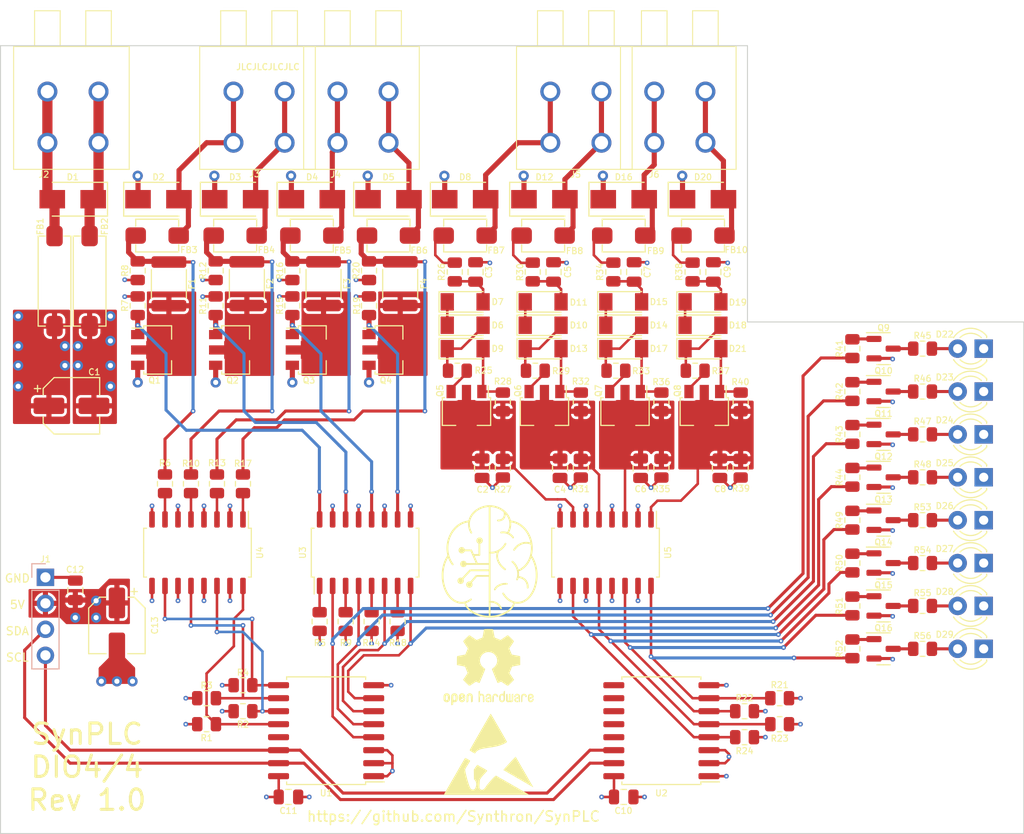
<source format=kicad_pcb>
(kicad_pcb (version 20211014) (generator pcbnew)
  (layers (0 "F.Cu" signal) (1 "In1.Cu" power) (2 "In2.Cu" power) (31 "B.Cu" signal) (34 "B.Paste" user) (35 "F.Paste" user) (36 "B.SilkS" user "B.Silkscreen") (37 "F.SilkS" user "F.Silkscreen") (38 "B.Mask" user) (39 "F.Mask" user) (44 "Edge.Cuts" user))
  (net 0 "")
  (net 1 "GND2")
  (net 2 "Net-(C9-Pad2)")
  (net 3 "Net-(C2-Pad2)")
  (net 4 "Net-(C3-Pad2)")
  (net 5 "Net-(C4-Pad2)")
  (net 6 "Net-(C5-Pad2)")
  (net 7 "Net-(C6-Pad2)")
  (net 8 "Net-(C7-Pad2)")
  (net 9 "Net-(C8-Pad2)")
  (net 10 "+5V")
  (net 11 "GND")
  (net 12 "Net-(D1-Pad1)")
  (net 13 "Net-(D1-Pad2)")
  (net 14 "Net-(D2-Pad2)")
  (net 15 "Net-(D3-Pad2)")
  (net 16 "Net-(D4-Pad2)")
  (net 17 "Net-(D5-Pad2)")
  (net 18 "Net-(D6-Pad1)")
  (net 19 "Net-(D6-Pad2)")
  (net 20 "Net-(D8-Pad2)")
  (net 21 "Net-(D9-Pad2)")
  (net 22 "Net-(D10-Pad1)")
  (net 23 "Net-(D10-Pad2)")
  (net 24 "Net-(D12-Pad2)")
  (net 25 "Net-(D13-Pad2)")
  (net 26 "Net-(D14-Pad1)")
  (net 27 "Net-(D14-Pad2)")
  (net 28 "Net-(D16-Pad2)")
  (net 29 "Net-(D17-Pad2)")
  (net 30 "Net-(D18-Pad1)")
  (net 31 "Net-(D18-Pad2)")
  (net 32 "Net-(D20-Pad2)")
  (net 33 "Net-(D21-Pad2)")
  (net 34 "Net-(F1-Pad1)")
  (net 35 "Net-(F1-Pad2)")
  (net 36 "Net-(F2-Pad1)")
  (net 37 "Net-(F2-Pad2)")
  (net 38 "Net-(F3-Pad1)")
  (net 39 "Net-(F3-Pad2)")
  (net 40 "Net-(F4-Pad1)")
  (net 41 "Net-(F4-Pad2)")
  (net 42 "+24V")
  (net 43 "Net-(FB7-Pad2)")
  (net 44 "Net-(FB8-Pad2)")
  (net 45 "Net-(FB9-Pad2)")
  (net 46 "Net-(FB10-Pad2)")
  (net 47 "SDA")
  (net 48 "SCL")
  (net 49 "Net-(Q1-Pad1)")
  (net 50 "Net-(Q2-Pad1)")
  (net 51 "Net-(Q3-Pad1)")
  (net 52 "Net-(Q4-Pad1)")
  (net 53 "Net-(Q5-Pad3)")
  (net 54 "Net-(Q6-Pad3)")
  (net 55 "Net-(Q7-Pad3)")
  (net 56 "Net-(Q8-Pad3)")
  (net 57 "FB_3")
  (net 58 "FB_2")
  (net 59 "FB_1")
  (net 60 "FB_0")
  (net 61 "Net-(R5-Pad1)")
  (net 62 "Net-(R6-Pad2)")
  (net 63 "Net-(R9-Pad1)")
  (net 64 "Net-(R10-Pad2)")
  (net 65 "Net-(R13-Pad2)")
  (net 66 "Net-(R14-Pad1)")
  (net 67 "Net-(R17-Pad2)")
  (net 68 "Net-(R18-Pad1)")
  (net 69 "IN_3")
  (net 70 "IN_2")
  (net 71 "IN_1")
  (net 72 "IN_0")
  (net 73 "OUT_0")
  (net 74 "OUT_1")
  (net 75 "OUT_2")
  (net 76 "OUT_3")
  (net 83 "Net-(Q9-Pad1)")
  (net 84 "Net-(Q9-Pad3)")
  (net 85 "Net-(Q10-Pad1)")
  (net 86 "Net-(Q10-Pad3)")
  (net 87 "Net-(Q11-Pad1)")
  (net 88 "Net-(Q11-Pad3)")
  (net 89 "Net-(Q12-Pad1)")
  (net 90 "Net-(Q12-Pad3)")
  (net 91 "Net-(Q13-Pad1)")
  (net 92 "Net-(Q13-Pad3)")
  (net 93 "Net-(Q14-Pad1)")
  (net 94 "Net-(Q14-Pad3)")
  (net 95 "Net-(Q15-Pad1)")
  (net 96 "Net-(Q15-Pad3)")
  (net 97 "Net-(Q16-Pad1)")
  (net 98 "Net-(Q16-Pad3)")
  (net 99 "Net-(D22-Pad2)")
  (net 100 "Net-(D23-Pad2)")
  (net 101 "Net-(D24-Pad2)")
  (net 102 "Net-(D25-Pad2)")
  (net 103 "Net-(D26-Pad2)")
  (net 104 "Net-(D27-Pad2)")
  (net 105 "Net-(D28-Pad2)")
  (net 106 "Net-(D29-Pad2)")
  (footprint "Resistor_SMD:R_0805_2012Metric" (layer "F.Cu") (at 119.253 99.314 -90)
    (fp_text reference "R5")
    (fp_text value "2k2")
  )
  (footprint "Resistor_SMD:R_1812_4532Metric" (layer "F.Cu") (at 112.141 66.294 -90)
    (fp_text reference "F2")
    (fp_text value "1812L035/60MR")
  )
  (footprint "Resistor_SMD:R_0805_2012Metric" (layer "F.Cu") (at 178.176 93.599)
    (fp_text reference "R54")
    (fp_text value "1k")
  )
  (footprint "Package_TO_SOT_SMD:SOT-23" (layer "F.Cu") (at 174.366 76.835)
    (fp_text reference "Q10")
    (fp_text value "BC856")
  )
  (footprint "Diode_SMD:D_SMA" (layer "F.Cu") (at 103.505 58.039)
    (fp_text reference "D2")
    (fp_text value "P6SMB36CA")
  )
  (footprint "Resistor_SMD:R_0805_2012Metric" (layer "F.Cu") (at 164.211 106.807)
    (fp_text reference "R21")
    (fp_text value "10k")
  )
  (footprint "Diode_SMD:D_MiniMELF" (layer "F.Cu") (at 133.477 70.358)
    (fp_text reference "D6")
    (fp_text value "6v8")
  )
  (footprint "Resistor_SMD:R_0805_2012Metric" (layer "F.Cu") (at 155.702 65.151 -90)
    (fp_text reference "R38")
    (fp_text value "1k")
  )
  (footprint "eigene:TBL00950002GY2GY" (layer "F.Cu") (at 110.8324 52.521)
    (fp_text reference "J3")
    (fp_text value "TBL009-500-02GY-2GY" hide)
  )
  (footprint "Resistor_SMD:R_0805_2012Metric" (layer "F.Cu") (at 124.079 68.453 90)
    (fp_text reference "R19")
    (fp_text value "10k")
  )
  (footprint "Package_TO_SOT_SMD:SOT-89-3" (layer "F.Cu") (at 125.73 72.771)
    (fp_text reference "Q4")
    (fp_text value "BCX53")
  )
  (footprint "Package_TO_SOT_SMD:SOT-23" (layer "F.Cu") (at 174.366 97.79)
    (fp_text reference "Q15")
    (fp_text value "BC856")
  )
  (footprint "Package_TO_SOT_SMD:SOT-89-3" (layer "F.Cu") (at 133.604 78.486 -90)
    (fp_text reference "Q5")
    (fp_text value "BCX53")
  )
  (footprint "Resistor_SMD:R_0805_2012Metric" (layer "F.Cu") (at 101.473 65.024 90)
    (fp_text reference "R8")
    (fp_text value "100k")
  )
  (footprint "Resistor_SMD:R_0805_2012Metric" (layer "F.Cu") (at 144.78 84.328 90)
    (fp_text reference "R31")
    (fp_text value "10k")
  )
  (footprint "eigene:SMB-001" (layer "F.Cu") (at 156.718 61.595)
    (fp_text reference "FB10")
    (fp_text value "SMB-001")
  )
  (footprint "Resistor_SMD:R_0805_2012Metric" (layer "F.Cu") (at 116.586 65.024 90)
    (fp_text reference "R16")
    (fp_text value "100k")
  )
  (footprint "Resistor_SMD:R_0805_2012Metric" (layer "F.Cu") (at 178.176 76.835)
    (fp_text reference "R46")
    (fp_text value "1k")
  )
  (footprint "Diode_SMD:D_MiniMELF" (layer "F.Cu") (at 141.097 72.644)
    (fp_text reference "D13")
    (fp_text value "5v6")
  )
  (footprint "Package_SO:SOIC-16_4.55x10.3mm_P1.27mm" (layer "F.Cu") (at 123.698 92.583 90)
    (fp_text reference "U3")
    (fp_text value "TLP291-4")
  )
  (footprint "Diode_SMD:D_MiniMELF" (layer "F.Cu") (at 133.477 72.644)
    (fp_text reference "D9")
    (fp_text value "5v6")
  )
  (footprint "eigene:TBL00950002GY2GY" (layer "F.Cu") (at 141.795 52.521)
    (fp_text reference "J5")
    (fp_text value "TBL009-500-02GY-2GY" hide)
  )
  (footprint "Diode_SMD:D_MiniMELF" (layer "F.Cu") (at 156.718 70.358)
    (fp_text reference "D18")
    (fp_text value "6v8")
  )
  (footprint "Diode_SMD:D_SMA" (layer "F.Cu") (at 95.123 58.039 180)
    (fp_text reference "D1")
    (fp_text value "P6SMB36CA")
  )
  (footprint "Resistor_SMD:R_0805_2012Metric" (layer "F.Cu") (at 171.318 76.835 90)
    (fp_text reference "R42")
    (fp_text value "10k")
  )
  (footprint "Capacitor_SMD:CP_Elec_5x5.8" (layer "F.Cu") (at 94.996 78.232)
    (fp_text reference "C1")
    (fp_text value "100µF")
  )
  (footprint "Package_TO_SOT_SMD:SOT-89-3" (layer "F.Cu") (at 103.124 72.771)
    (fp_text reference "Q1")
    (fp_text value "BCX53")
  )
  (footprint "Diode_SMD:D_MiniMELF" (layer "F.Cu") (at 148.971 70.358)
    (fp_text reference "D14")
    (fp_text value "6v8")
  )
  (footprint "Diode_SMD:D_MiniMELF" (layer "F.Cu") (at 141.097 70.358)
    (fp_text reference "D10")
    (fp_text value "6v8")
  )
  (footprint "Resistor_SMD:R_0805_2012Metric" (layer "F.Cu") (at 137.16 77.851 -90)
    (fp_text reference "R28")
    (fp_text value "47k")
  )
  (footprint "eigene:SMB-001" (layer "F.Cu") (at 103.378 61.595)
    (fp_text reference "FB3")
    (fp_text value "SMB-001")
  )
  (footprint "Resistor_SMD:R_0805_2012Metric" (layer "F.Cu") (at 121.793 99.314 -90)
    (fp_text reference "R9")
    (fp_text value "2k2")
  )
  (footprint "Resistor_SMD:R_0805_2012Metric" (layer "F.Cu") (at 109.093 65.024 90)
    (fp_text reference "R12")
    (fp_text value "100k")
  )
  (footprint "Package_TO_SOT_SMD:SOT-23" (layer "F.Cu") (at 174.366 101.981)
    (fp_text reference "Q16")
    (fp_text value "BC856")
  )
  (footprint "LED_THT:LED_D3.0mm" (layer "F.Cu") (at 184.15 72.644 180)
    (fp_text reference "D22")
    (fp_text value "LED")
  )
  (footprint "Resistor_SMD:R_0805_2012Metric" (layer "F.Cu") (at 152.654 77.851 -90)
    (fp_text reference "R36")
    (fp_text value "47k")
  )
  (footprint "Package_TO_SOT_SMD:SOT-23" (layer "F.Cu") (at 174.366 89.408)
    (fp_text reference "Q13")
    (fp_text value "BC856")
  )
  (footprint "Capacitor_SMD:C_0805_2012Metric" (layer "F.Cu") (at 150.622 84.328 90)
    (fp_text reference "C6")
    (fp_text value "1n")
  )
  (footprint "Package_TO_SOT_SMD:SOT-23" (layer "F.Cu") (at 174.366 93.599)
    (fp_text reference "Q14")
    (fp_text value "BC856")
  )
  (footprint "Capacitor_SMD:CP_Elec_5x5.8" (layer "F.Cu") (at 99.441 99.695 -90)
    (fp_text reference "C13")
    (fp_text value "10µ")
  )
  (footprint "Diode_SMD:D_SMA" (layer "F.Cu") (at 148.971 58.039)
    (fp_text reference "D16")
    (fp_text value "P6SMB36CA")
  )
  (footprint "Resistor_SMD:R_0805_2012Metric" (layer "F.Cu") (at 148.209 74.803)
    (fp_text reference "R33")
    (fp_text value "2k2")
  )
  (footprint "Resistor_SMD:R_0805_2012Metric" (layer "F.Cu") (at 101.473 68.453 90)
    (fp_text reference "R7")
    (fp_text value "10k")
  )
  (footprint "Capacitor_SMD:C_0805_2012Metric" (layer "F.Cu") (at 135.128 84.328 90)
    (fp_text reference "C2")
    (fp_text value "1n")
  )
  (footprint "Package_TO_SOT_SMD:SOT-89-3" (layer "F.Cu") (at 156.845 78.486 -90)
    (fp_text reference "Q8")
    (fp_text value "BCX53")
  )
  (footprint "LED_THT:LED_D3.0mm" (layer "F.Cu") (at 184.15 97.79 180)
    (fp_text reference "D28")
    (fp_text value "LED")
  )
  (footprint "eigene:SMB-001" (layer "F.Cu") (at 141.097 61.595)
    (fp_text reference "FB8")
    (fp_text value "SMB-001")
  )
  (footprint "Package_SO:SOIC-16_4.55x10.3mm_P1.27mm" (layer "F.Cu") (at 107.315 92.583 -90)
    (fp_text reference "U4")
    (fp_text value "TLP291-4")
  )
  (footprint "Resistor_SMD:R_0805_2012Metric" (layer "F.Cu") (at 111.76 105.537 180)
    (fp_text reference "R4")
    (fp_text value "10k")
  )
  (footprint "Capacitor_SMD:C_0805_2012Metric" (layer "F.Cu") (at 142.113 65.151 -90)
    (fp_text reference "C5")
    (fp_text value "470n")
  )
  (footprint "eigene:SMB-002" (layer "F.Cu") (at 96.774 66.04 90)
    (fp_text reference "FB2")
    (fp_text value "SMB-002")
  )
  (footprint "Package_TO_SOT_SMD:SOT-23" (layer "F.Cu") (at 174.366 85.217)
    (fp_text reference "Q12")
    (fp_text value "BC856")
  )
  (footprint "Symbol:ESD-Logo_8.9x8mm_SilkScreen" (layer "F.Cu") (at 135.763 112.268)
    (fp_text reference "REF**" hide)
    (fp_text value "ESD-Logo_8.9x8mm_SilkScreen" hide)
  )
  (footprint "Package_SO:SOIC-16W_7.5x10.3mm_P1.27mm" (layer "F.Cu") (at 152.654 109.982 180)
    (fp_text reference "U2")
    (fp_text value "PCF8574")
  )
  (footprint "Capacitor_SMD:C_0805_2012Metric" (layer "F.Cu") (at 95.377 96.266 90)
    (fp_text reference "C12")
    (fp_text value "100n")
  )
  (footprint "Resistor_SMD:R_0805_2012Metric" (layer "F.Cu") (at 147.955 65.151 -90)
    (fp_text reference "R34")
    (fp_text value "1k")
  )
  (footprint "Resistor_SMD:R_0805_2012Metric" (layer "F.Cu") (at 144.78 77.851 -90)
    (fp_text reference "R32")
    (fp_text value "47k")
  )
  (footprint "eigene:TBL00950002GY2GY" (layer "F.Cu") (at 151.955 52.521)
    (fp_text reference "J6")
    (fp_text value "TBL009-500-02GY-2GY" hide)
  )
  (footprint "Resistor_SMD:R_0805_2012Metric" (layer "F.Cu") (at 152.654 84.328 90)
    (fp_text reference "R35")
    (fp_text value "10k")
  )
  (footprint "Resistor_SMD:R_0805_2012Metric" (layer "F.Cu") (at 171.318 85.217 90)
    (fp_text reference "R44")
    (fp_text value "10k")
  )
  (footprint "Diode_SMD:D_MiniMELF" (layer "F.Cu") (at 148.971 72.644)
    (fp_text reference "D17")
    (fp_text value "5v6")
  )
  (footprint "Resistor_SMD:R_0805_2012Metric" (layer "F.Cu") (at 126.873 99.314 -90)
    (fp_text reference "R18")
    (fp_text value "2k2")
  )
  (footprint "Resistor_SMD:R_0805_2012Metric" (layer "F.Cu") (at 171.318 97.79 90)
    (fp_text reference "R51")
    (fp_text value "10k")
  )
  (footprint "Resistor_SMD:R_0805_2012Metric" (layer "F.Cu") (at 111.76 85.852 -90)
    (fp_text reference "R17")
    (fp_text value "12k")
  )
  (footprint "LED_THT:LED_D3.0mm" (layer "F.Cu") (at 184.15 89.408 180)
    (fp_text reference "D26")
    (fp_text value "LED")
  )
  (footprint "Diode_SMD:D_SMA" (layer "F.Cu") (at 125.984 58.039)
    (fp_text reference "D5")
    (fp_text value "P6SMB36CA")
  )
  (footprint "Diode_SMD:D_SMA" (layer "F.Cu") (at 141.224 58.039)
    (fp_text reference "D12")
    (fp_text value "P6SMB36CA")
  )
  (footprint "Package_TO_SOT_SMD:SOT-89-3" (layer "F.Cu") (at 141.224 78.486 -90)
    (fp_text reference "Q6")
    (fp_text value "BCX53")
  )
  (footprint "Resistor_SMD:R_0805_2012Metric" (layer "F.Cu") (at 171.318 72.644 90)
    (fp_text reference "R41")
    (fp_text value "10k")
  )
  (footprint "Resistor_SMD:R_0805_2012Metric" (layer "F.Cu") (at 160.401 84.328 90)
    (fp_text reference "R39")
    (fp_text value "10k")
  )
  (footprint "Capacitor_SMD:C_0805_2012Metric" (layer "F.Cu") (at 134.493 65.151 -90)
    (fp_text reference "C3")
    (fp_text value "470n")
  )
  (footprint "Capacitor_SMD:C_0805_2012Metric" (layer "F.Cu") (at 148.971 116.459)
    (fp_text reference "C10")
    (fp_text value "100n")
  )
  (footprint "eigene:SMB-001" (layer "F.Cu") (at 118.491 61.595)
    (fp_text reference "FB5")
    (fp_text value "SMB-001")
  )
  (footprint "eigene:SMB-001" (layer "F.Cu") (at 110.998 61.595)
    (fp_text reference "FB4")
    (fp_text value "SMB-001")
  )
  (footprint "Resistor_SMD:R_0805_2012Metric" (layer "F.Cu") (at 140.081 65.151 -90)
    (fp_text reference "R30")
    (fp_text value "1k")
  )
  (footprint "Diode_SMD:D_MiniMELF" (layer "F.Cu") (at 133.477 68.072)
    (fp_text reference "D7")
    (fp_text value "LL4148")
  )
  (footprint "eigene:SMB-001" (layer "F.Cu") (at 125.984 61.595)
    (fp_text reference "FB6")
    (fp_text value "SMB-001")
  )
  (footprint "Diode_SMD:D_SMA" (layer "F.Cu") (at 133.477 58.039)
    (fp_text reference "D8")
    (fp_text value "P6SMB36CA")
  )
  (footprint "Capacitor_SMD:C_0805_2012Metric" (layer "F.Cu") (at 142.748 84.328 90)
    (fp_text reference "C4")
    (fp_text value "1n")
  )
  (footprint "Diode_SMD:D_MiniMELF" (layer "F.Cu") (at 156.718 72.644)
    (fp_text reference "D21")
    (fp_text value "5v6")
  )
  (footprint "Resistor_SMD:R_1812_4532Metric" (layer "F.Cu") (at 104.521 66.3155 -90)
    (fp_text reference "F1")
    (fp_text value "1812L035/60MR")
  )
  (footprint "Resistor_SMD:R_0805_2012Metric" (layer "F.Cu") (at 171.318 89.408 90)
    (fp_text reference "R49")
    (fp_text value "10k")
  )
  (footprint "LED_THT:LED_D3.0mm" (layer "F.Cu") (at 184.15 93.599 180)
    (fp_text reference "D27")
    (fp_text value "LED")
  )
  (footprint "Capacitor_SMD:C_0805_2012Metric" (layer "F.Cu") (at 116.205 116.459)
    (fp_text reference "C11")
    (fp_text value "100n")
  )
  (footprint "Resistor_SMD:R_0805_2012Metric" (layer "F.Cu") (at 137.16 84.328 90)
    (fp_text reference "R27")
    (fp_text value "10k")
  )
  (footprint "Resistor_SMD:R_0805_2012Metric" (layer "F.Cu") (at 178.176 89.408)
    (fp_text reference "R53")
    (fp_text value "1k")
  )
  (footprint "Resistor_SMD:R_0805_2012Metric" (layer "F.Cu") (at 111.76 108.077 180)
    (fp_text reference "R2")
    (fp_text value "10k")
  )
  (footprint "Resistor_SMD:R_0805_2012Metric" (layer "F.Cu") (at 160.782 110.617)
    (fp_text reference "R24")
    (fp_text value "10k")
  )
  (footprint "Resistor_SMD:R_0805_2012Metric" (layer "F.Cu") (at 106.68 85.852 -90)
    (fp_text reference "R10")
    (fp_text value "12k")
  )
  (footprint "Resistor_SMD:R_0805_2012Metric" (layer "F.Cu") (at 108.204 106.807 180)
    (fp_text reference "R3")
    (fp_text value "10k")
  )
  (footprint "Resistor_SMD:R_0805_2012Metric" (layer "F.Cu") (at 160.782 108.077)
    (fp_text reference "R22")
    (fp_text value "10k")
  )
  (footprint "Resistor_SMD:R_0805_2012Metric" (layer "F.Cu") (at 109.093 68.453 90)
    (fp_text reference "R11")
    (fp_text value "10k")
  )
  (footprint "Package_TO_SOT_SMD:SOT-89-3" (layer "F.Cu") (at 118.237 72.771)
    (fp_text reference "Q3")
    (fp_text value "BCX53")
  )
  (footprint "Resistor_SMD:R_0805_2012Metric" (layer "F.Cu") (at 178.176 97.79)
    (fp_text reference "R55")
    (fp_text value "1k")
  )
  (footprint "Diode_SMD:D_MiniMELF" (layer "F.Cu") (at 141.097 68.072)
    (fp_text reference "D11")
    (fp_text value "LL4148")
  )
  (footprint "Resistor_SMD:R_0805_2012Metric" (layer "F.Cu") (at 109.22 85.852 -90)
    (fp_text reference "R13")
    (fp_text value "12k")
  )
  (footprint "LED_THT:LED_D3.0mm" (layer "F.Cu") (at 184.15 76.835 180)
    (fp_text reference "D23")
    (fp_text value "LED")
  )
  (footprint "Resistor_SMD:R_0805_2012Metric" (layer "F.Cu") (at 140.335 74.803)
    (fp_text reference "R29")
    (fp_text value "2k2")
  )
  (footprint "Resistor_SMD:R_0805_2012Metric" (layer "F.Cu") (at 155.956 74.803)
    (fp_text reference "R37")
    (fp_text value "2k2")
  )
  (footprint "Package_TO_SOT_SMD:SOT-89-3" (layer "F.Cu") (at 149.098 78.486 -90)
    (fp_text reference "Q7")
    (fp_text value "BCX53")
  )
  (footprint "Resistor_SMD:R_0805_2012Metric" (layer "F.Cu") (at 164.211 109.347)
    (fp_text reference "R23")
    (fp_text value "10k")
  )
  (footprint "Capacitor_SMD:C_0805_2012Metric" (layer "F.Cu") (at 149.987 65.151 -90)
    (fp_text reference "C7")
    (fp_text value "470n")
  )
  (footprint "Resistor_SMD:R_0805_2012Metric" (layer "F.Cu") (at 178.176 85.217)
    (fp_text reference "R48")
    (fp_text value "1k")
  )
  (footprint "Resistor_SMD:R_0805_2012Metric" (layer "F.Cu") (at 160.401 77.851 -90)
    (fp_text reference "R40")
    (fp_text value "47k")
  )
  (footprint "Capacitor_SMD:C_0805_2012Metric" (layer "F.Cu") (at 157.734 65.151 -90)
    (fp_text reference "C9")
    (fp_text value "470n")
  )
  (footprint "Resistor_SMD:R_0805_2012Metric" (layer "F.Cu") (at 132.715 74.803)
    (fp_text reference "R25")
    (fp_text value "2k2")
  )
  (footprint "LED_THT:LED_D3.0mm" (layer "F.Cu") (at 184.15 101.981 180)
    (fp_text reference "D29")
    (fp_text value "LED")
  )
  (footprint "Package_SO:SOIC-16W_7.5x10.3mm_P1.27mm" (layer "F.Cu") (at 119.888 109.982 180)
    (fp_text reference "U1")
    (fp_text value "PCF8574")
  )
  (footprint "Diode_SMD:D_SMA" (layer "F.Cu") (at 156.718 58.039)
    (fp_text reference "D20")
    (fp_text value "P6SMB36CA")
  )
  (footprint "Diode_SMD:D_SMA" (layer "F.Cu") (at 118.491 58.039)
    (fp_text reference "D4")
    (fp_text value "P6SMB36CA")
  )
  (footprint "Resistor_SMD:R_0805_2012Metric" (layer "F.Cu") (at 178.176 72.644)
    (fp_text reference "R45")
    (fp_text value "1k")
  )
  (footprint "eigene:TBL00950002GY2GY" (layer "F.Cu") (at 92.646 52.521)
    (fp_text reference "J2")
    (fp_text value "TBL009-500-02GY-2GY" hide)
  )
  (footprint "Resistor_SMD:R_0805_2012Metric" (layer "F.Cu") (at 104.14 85.852 -90)
    (fp_text reference "R6")
    (fp_text value "12k")
  )
  (footprint "Capacitor_SMD:C_0805_2012Metric" (layer "F.Cu") (at 158.369 84.328 90)
    (fp_text reference "C8")
    (fp_text value "1n")
  )
  (footprint "Resistor_SMD:R_0805_2012Metric" (layer "F.Cu") (at 124.079 65.024 90)
    (fp_text reference "R20")
    (fp_text value "100k")
  )
  (footprint "Resistor_SMD:R_0805_2012Metric" (layer "F.Cu") (at 116.586 68.453 90)
    (fp_text reference "R15")
    (fp_text value "10k")
  )
  (footprint "Package_TO_SOT_SMD:SOT-89-3" (layer "F.Cu") (at 110.744 72.771)
    (fp_text reference "Q2")
    (fp_text value "BCX53")
  )
  (footprint "Resistor_SMD:R_0805_2012Metric" (layer "F.Cu") (at 171.318 101.981 90)
    (fp_text reference "R52")
    (fp_text value "10k")
  )
  (footprint "Resistor_SMD:R_0805_2012Metric" (layer "F.Cu") (at 171.318 81.026 90)
    (fp_text reference "R43")
    (fp_text value "10k")
  )
  (footprint "Resistor_SMD:R_0805_2012Metric" (layer "F.Cu") (at 108.204 109.347 180)
    (fp_text reference "R1")
    (fp_text value "10k")
  )
  (footprint "Package_TO_SOT_SMD:SOT-23" (layer "F.Cu") (at 174.366 72.644)
    (fp_text reference "Q9")
    (fp_text value "BC856")
  )
  (footprint "Resistor_SMD:R_1812_4532Metric" (layer "F.Cu") (at 127.127 66.294 -90)
    (fp_text reference "F4")
    (fp_text value "1812L035/60MR")
  )
  (footprint "Diode_SMD:D_MiniMELF" (layer "F.Cu") (at 156.718 68.072)
    (fp_text reference "D19")
    (fp_text value "LL4148")
  )
  (footprint "eigene:SMB-002" (layer "F.Cu") (at 93.345 66.04 90)
    (fp_text reference "FB1")
    (fp_text value "SMB-002")
  )
  (footprint "Package_TO_SOT_SMD:SOT-23" (layer "F.Cu") (at 174.366 81.026)
    (fp_text reference "Q11")
    (fp_text value "BC856")
  )
  (footprint "Package_SO:SOIC-16_4.55x10.3mm_P1.27mm" (layer "F.Cu") (at 147.193 92.583 -90)
    (fp_text reference "U5")
    (fp_text value "TLP291-4")
  )
  (footprint "Symbol:OSHW-Logo2_9.8x8mm_SilkScreen" (layer "F.Cu") (at 135.763 103.759)
    (fp_text reference "REF**" hide)
    (fp_text value "OSHW-Logo2_9.8x8mm_SilkScreen" hide)
  )
  (footprint "LED_THT:LED_D3.0mm" (layer "F.Cu") (at 184.15 81.026 180)
    (fp_text reference "D24")
    (fp_text value "LED")
  )
  (footprint "eigene:logo" (layer "F.Cu") (at 135.89 93.472)
    (fp_text reference "G***" hide)
    (fp_text value "LOGO" hide)
  )
  (footprint "Diode_SMD:D_SMA" (layer "F.Cu") (at 110.998 58.039)
    (fp_text reference "D3")
    (fp_text value "P6SMB36CA")
  )
  (footprint "eigene:TBL00950002GY2GY" (layer "F.Cu") (at 120.9924 52.521)
    (fp_text reference "J4")
    (fp_text value "TBL009-500-02GY-2GY" hide)
  )
  (footprint "Resistor_SMD:R_0805_2012Metric" (layer "F.Cu") (at 171.318 93.599 90)
    (fp_text reference "R50")
    (fp_text value "10k")
  )
  (footprint "Resistor_SMD:R_0805_2012Metric" (layer "F.Cu") (at 132.461 65.151 -90)
    (fp_text reference "R26")
    (fp_text value "1k")
  )
  (footprint "Resistor_SMD:R_0805_2012Metric" (layer "F.Cu") (at 178.176 101.981)
    (fp_text reference "R56")
    (fp_text value "1k")
  )
  (footprint "eigene:SMB-001" (layer "F.Cu") (at 148.971 61.595)
    (fp_text reference "FB9")
    (fp_text value "SMB-001")
  )
  (footprint "Diode_SMD:D_MiniMELF" (layer "F.Cu") (at 148.971 68.072)
    (fp_text reference "D15")
    (fp_text value "LL4148")
  )
  (footprint "LED_THT:LED_D3.0mm" (layer "F.Cu") (at 184.15 85.217 180)
    (fp_text reference "D25")
    (fp_text value "LED")
  )
  (footprint "Resistor_SMD:R_1812_4532Metric" (layer "F.Cu") (at 119.634 66.294 -90)
    (fp_text reference "F3")
    (fp_text value "1812L035/60MR")
  )
  (footprint "Resistor_SMD:R_0805_2012Metric" (layer "F.Cu") (at 178.176 81.026)
    (fp_text reference "R47")
    (fp_text value "1k")
  )
  (footprint "eigene:SMB-001" (layer "F.Cu") (at 133.477 61.595)
    (fp_text reference "FB7")
    (fp_text value "SMB-001")
  )
  (footprint "Resistor_SMD:R_0805_2012Metric" (layer "F.Cu") (at 124.333 99.314 -90)
    (fp_text reference "R14")
    (fp_text value "2k2")
  )
  (footprint "Connector_PinSocket_2.54mm:PinSocket_1x04_P2.54mm_Vertical" (layer "B.Cu") (at 92.456 94.996 180)
    (fp_text reference "J1")
    (fp_text value "I2C")
  )
  (gr_line (start 188.065 70.035) (end 161.065 70.035) (layer "Edge.Cuts") (width 0.1))
  (gr_line (start 161.065 70.035) (end 161.065 43.035) (layer "Edge.Cuts") (width 0.1))
  (gr_line (start 88.065 43.035) (end 88.065 120.035) (layer "Edge.Cuts") (width 0.1))
  (gr_line (start 161.065 43.035) (end 88.065 43.035) (layer "Edge.Cuts") (width 0.1))
  (gr_line (start 188.065 120.035) (end 188.065 70.035) (layer "Edge.Cuts") (width 0.1))
  (gr_line (start 88.065 120.035) (end 188.065 120.035) (layer "Edge.Cuts") (width 0.1))
  (gr_text "https://github.com/Synthron/SynPLC" (at 132.334 118.364) (layer "F.SilkS") (effects (font (size 1 1))))
  (gr_text "GND\n\n5V\n\nSDA\n\nSCL" (at 89.7128 98.9584) (layer "F.SilkS") (effects (font (size 0.8 0.8) (thickness 0.12))))
  (gr_text "SynPLC\nDIO4/4\nRev 1.0" (at 96.52 113.538) (layer "F.SilkS") (effects (font (size 2 2) (thickness 0.3))))
  (gr_text "JLCJLCJLCJLC" (at 114.1984 45.1104) (layer "F.SilkS") (effects (font (size 0.6 0.6) (thickness 0.11))))
  (segment (start 160.401 85.2405) (end 160.3775 85.2405) (width 0.25) (layer "F.Cu") (net 1))
  (segment (start 157.734 64.201) (end 159.07 64.201) (width 0.25) (layer "F.Cu") (net 1))
  (segment (start 135.128 85.278) (end 135.189 85.278) (width 0.25) (layer "F.Cu") (net 1))
  (segment (start 160.3775 85.2405) (end 159.385 86.233) (width 0.25) (layer "F.Cu") (net 1))
  (segment (start 147.828 89.333) (end 147.828 88.011) (width 0.25) (layer "F.Cu") (net 1))
  (segment (start 146.971 58.039) (end 146.971 55.785) (width 0.5) (layer "F.Cu") (net 1))
  (segment (start 158.369 85.278) (end 158.43 85.278) (width 0.25) (layer "F.Cu") (net 1))
  (segment (start 101.505 58.039) (end 101.505 55.785) (width 0.5) (layer "F.Cu") (net 1))
  (segment (start 101.505 55.785) (end 101.473 55.753) (width 0.5) (layer "F.Cu") (net 1))
  (segment (start 109.093 65.9365) (end 107.8465 65.9365) (width 0.25) (layer "F.Cu") (net 1))
  (segment (start 151.196 64.201) (end 151.257 64.262) (width 0.25) (layer "F.Cu") (net 1))
  (segment (start 131.477 55.785) (end 131.445 55.753) (width 0.5) (layer "F.Cu") (net 1))
  (segment (start 124.079 65.9365) (end 122.8325 65.9365) (width 0.25) (layer "F.Cu") (net 1))
  (segment (start 120.523 89.333) (end 120.523 88.011) (width 0.25) (layer "F.Cu") (net 1))
  (segment (start 151.638 86.233) (end 152.6305 85.2405) (width 0.25) (layer "F.Cu") (net 1))
  (segment (start 134.493 64.201) (end 135.829 64.201) (width 0.25) (layer "F.Cu") (net 1))
  (segment (start 131.477 58.039) (end 131.477 55.785) (width 0.5) (layer "F.Cu") (net 1))
  (segment (start 150.683 85.278) (end 150.622 85.278) (width 0.25) (layer "F.Cu") (net 1))
  (segment (start 139.224 58.039) (end 139.224 55.785) (width 0.5) (layer "F.Cu") (net 1))
  (segment (start 107.8465 65.9365) (end 107.823 65.913) (width 0.25) (layer "F.Cu") (net 1))
  (segment (start 135.189 85.278) (end 136.144 86.233) (width 0.25) (layer "F.Cu") (net 1))
  (segment (start 151.638 86.233) (end 150.683 85.278) (width 0.25) (layer "F.Cu") (net 1))
  (segment (start 146.971 55.785) (end 146.939 55.753) (width 0.5) (layer "F.Cu") (net 1))
  (segment (start 143.322 64.201) (end 143.383 64.262) (width 0.25) (layer "F.Cu") (net 1))
  (segment (start 115.3395 65.9365) (end 115.316 65.913) (width 0.25) (layer "F.Cu") (net 1))
  (segment (start 144.78 85.2405) (end 144.7565 85.2405) (width 0.25) (layer "F.Cu") (net 1))
  (segment (start 139.224 55.785) (end 139.192 55.753) (width 0.5) (layer "F.Cu") (net 1))
  (segment (start 108.998 55.785) (end 108.966 55.753) (width 0.5) (layer "F.Cu") (net 1))
  (segment (start 142.748 85.278) (end 142.809 85.278) (width 0.25) (layer "F.Cu") (net 1))
  (segment (start 152.6305 85.2405) (end 152.654 85.2405) (width 0.25) (layer "F.Cu") (net 1))
  (segment (start 142.809 85.278) (end 143.764 86.233) (width 0.25) (layer "F.Cu") (net 1))
  (segment (start 135.829 64.201) (end 135.89 64.262) (width 0.25) (layer "F.Cu") (net 1))
  (segment (start 150.368 89.333) (end 150.368 88.011) (width 0.25) (layer "F.Cu") (net 1))
  (segment (start 101.473 65.9365) (end 100.2265 65.9365) (width 0.25) (layer "F.Cu") (net 1))
  (segment (start 116.491 55.785) (end 116.459 55.753) (width 0.5) (layer "F.Cu") (net 1))
  (segment (start 122.8325 65.9365) (end 122.809 65.913) (width 0.25) (layer "F.Cu") (net 1))
  (segment (start 159.07 64.201) (end 159.131 64.262) (width 0.25) (layer "F.Cu") (net 1))
  (segment (start 145.288 89.333) (end 145.288 88.011) (width 0.25) (layer "F.Cu") (net 1))
  (segment (start 123.984 55.785) (end 123.952 55.753) (width 0.5) (layer "F.Cu") (net 1))
  (segment (start 108.998 58.039) (end 108.998 55.785) (width 0.5) (layer "F.Cu") (net 1))
  (segment (start 158.43 85.278) (end 159.385 86.233) (width 0.25) (layer "F.Cu") (net 1))
  (segment (start 142.748 89.333) (end 142.748 88.011) (width 0.25) (layer "F.Cu") (net 1))
  (segment (start 123.984 58.039) (end 123.984 55.785) (width 0.5) (layer "F.Cu") (net 1))
  (segment (start 144.7565 85.2405) (end 143.764 86.233) (width 0.25) (layer "F.Cu") (net 1))
  (segment (start 105.41 89.333) (end 105.41 88.011) (width 0.25) (layer "F.Cu") (net 1))
  (segment (start 102.87 89.333) (end 102.87 88.011) (width 0.25) (layer "F.Cu") (net 1))
  (segment (start 116.491 58.039) (end 116.491 55.785) (width 0.5) (layer "F.Cu") (net 1))
  (segment (start 149.987 64.201) (end 151.196 64.201) (width 0.25) (layer "F.Cu") (net 1))
  (segment (start 154.718 58.039) (end 154.718 55.785) (width 0.5) (layer "F.Cu") (net 1))
  (segment (start 100.2265 65.9365) (end 100.203 65.913) (width 0.25) (layer "F.Cu") (net 1))
  (segment (start 123.063 89.333) (end 123.063 88.011) (width 0.25) (layer "F.Cu") (net 1))
  (segment (start 137.16 85.2405) (end 137.1365 85.2405) (width 0.25) (layer "F.Cu") (net 1))
  (segment (start 125.603 89.333) (end 125.603 88.011) (width 0.25) (layer "F.Cu") (net 1))
  (segment (start 110.49 89.333) (end 110.49 88.011) (width 0.25) (layer "F.Cu") (net 1))
  (segment (start 142.113 64.201) (end 143.322 64.201) (width 0.25) (layer "F.Cu") (net 1))
  (segment (start 107.95 89.333) (end 107.95 88.011) (width 0.25) (layer "F.Cu") (net 1))
  (segment (start 128.143 89.333) (end 128.143 88.011) (width 0.25) (layer "F.Cu") (net 1))
  (segment (start 116.586 65.9365) (end 115.3395 65.9365) (width 0.25) (layer "F.Cu") (net 1))
  (segment (start 154.718 55.785) (end 154.686 55.753) (width 0.5) (layer "F.Cu") (net 1))
  (segment (start 137.1365 85.2405) (end 136.144 86.233) (width 0.25) (layer "F.Cu") (net 1))
  (via (at 123.952 55.753) (size 1) (drill 0.5) (layers "F.Cu" "B.Cu") (net 1))
  (via (at 145.288 88.011) (size 0.46) (drill 0.2) (layers "F.Cu" "B.Cu") (net 1))
  (via (at 143.764 86.233) (size 0.46) (drill 0.2) (layers "F.Cu" "B.Cu") (net 1))
  (via (at 123.063 88.011) (size 0.46) (drill 0.2) (layers "F.Cu" "B.Cu") (net 1))
  (via (at 102.87 88.011) (size 0.46) (drill 0.2) (layers "F.Cu" "B.Cu") (net 1))
  (via (at 151.257 64.262) (size 0.46) (drill 0.2) (layers "F.Cu" "B.Cu") (net 1))
  (via (at 101.473 55.753) (size 1) (drill 0.5) (layers "F.Cu" "B.Cu") (net 1))
  (via (at 98.806 76.327) (size 1) (drill 0.5) (layers "F.Cu" "B.Cu") (net 1))
  (via (at 154.686 55.753) (size 1) (drill 0.5) (layers "F.Cu" "B.Cu") (net 1))
  (via (at 105.41 88.011) (size 0.46) (drill 0.2) (layers "F.Cu" "B.Cu") (net 1))
  (via (at 115.316 65.913) (size 0.46) (drill 0.2) (layers "F.Cu" "B.Cu") (net 1))
  (via (at 107.823 65.913) (size 0.46) (drill 0.2) (layers "F.Cu" "B.Cu") (net 1))
  (via (at 95.631 74.295) (size 1) (drill 0.5) (layers "F.Cu" "B.Cu") (net 1))
  (via (at 95.631 72.39) (size 1) (drill 0.5) (layers "F.Cu" "B.Cu") (net 1))
  (via (at 151.638 86.233) (size 0.46) (drill 0.2) (layers "F.Cu" "B.Cu") (net 1))
  (via (at 131.445 55.753) (size 1) (drill 0.5) (layers "F.Cu" "B.Cu") (net 1))
  (via (at 128.143 88.011) (size 0.46) (drill 0.2) (layers "F.Cu" "B.Cu") (net 1))
  (via (at 98.806 69.469) (size 1) (drill 0.5) (layers "F.Cu" "B.Cu") (net 1))
  (via (at 125.603 88.011) (size 0.46) (drill 0.2) (layers "F.Cu" "B.Cu") (net 1))
  (via (at 98.806 74.295) (size 1) (drill 0.5) (layers "F.Cu" "B.Cu") (net 1))
  (via (at 98.806 71.882) (size 1) (drill 0.5) (layers "F.Cu" "B.Cu") (net 1))
  (via (at 110.49 88.011) (size 0.46) (drill 0.2) (layers "F.Cu" "B.Cu") (net 1))
  (via (at 135.89 64.262) (size 0.46) (drill 0.2) (layers "F.Cu" "B.Cu") (net 1))
  (via (at 150.368 88.011) (size 0.46) (drill 0.2) (layers "F.Cu" "B.Cu") (net 1))
  (via (at 100.203 65.913) (size 0.46) (drill 0.2) (layers "F.Cu" "B.Cu") (net 1))
  (via (at 147.828 88.011) (size 0.46) (drill 0.2) (layers "F.Cu" "B.Cu") (net 1))
  (via (at 116.459 55.753) (size 1) (drill 0.5) (layers "F.Cu" "B.Cu") (net 1))
  (via (at 107.95 88.011) (size 0.46) (drill 0.2) (layers "F.Cu" "B.Cu") (net 1))
  (via (at 146.939 55.753) (size 1) (drill 0.5) (layers "F.Cu" "B.Cu") (net 1))
  (via (at 159.131 64.262) (size 0.46) (drill 0.2) (layers "F.Cu" "B.Cu") (net 1))
  (via (at 108.966 55.753) (size 1) (drill 0.5) (layers "F.Cu" "B.Cu") (net 1))
  (via (at 136.144 86.233) (size 0.46) (drill 0.2) (layers "F.Cu" "B.Cu") (net 1))
  (via (at 122.809 65.913) (size 0.46) (drill 0.2) (layers "F.Cu" "B.Cu") (net 1))
  (via (at 120.523 88.011) (size 0.46) (drill 0.2) (layers "F.Cu" "B.Cu") (net 1))
  (via (at 142.748 88.011) (size 0.46) (drill 0.2) (layers "F.Cu" "B.Cu") (net 1))
  (via (at 139.192 55.753) (size 1) (drill 0.5) (layers "F.Cu" "B.Cu") (net 1))
  (via (at 143.383 64.262) (size 0.46) (drill 0.2) (layers "F.Cu" "B.Cu") (net 1))
  (via (at 159.385 86.233) (size 0.46) (drill 0.2) (layers "F.Cu" "B.Cu") (net 1))
  (segment (start 158.468 68.072) (end 158.468 66.835) (width 0.25) (layer "F.Cu") (net 2))
  (segment (start 158.468 66.835) (end 157.734 66.101) (width 0.25) (layer "F.Cu") (net 2))
  (segment (start 157.6965 66.0635) (end 157.734 66.101) (width 0.25) (layer "F.Cu") (net 2))
  (segment (start 155.702 66.0635) (end 157.6965 66.0635) (width 0.25) (layer "F.Cu") (net 2))
  (segment (start 143.764 87.884) (end 143.256 87.376) (width 0.25) (layer "F.Cu") (net 3))
  (segment (start 141.351 87.376) (end 138.176 84.201) (width 0.25) (layer "F.Cu") (net 3))
  (segment (start 142.494 87.376) (end 141.351 87.376) (width 0.25) (layer "F.Cu") (net 3))
  (segment (start 144.018 88.138) (end 143.764 87.884) (width 0.25) (layer "F.Cu") (net 3))
  (segment (start 144.018 89.333) (end 144.018 88.138) (width 0.25) (layer "F.Cu") (net 3))
  (segment (start 143.256 87.376) (end 142.494 87.376) (width 0.25) (layer "F.Cu") (net 3))
  (segment (start 135.227 66.835) (end 134.493 66.101) (width 0.25) (layer "F.Cu") (net 4))
  (segment (start 135.227 68.072) (end 135.227 66.835) (width 0.25) (layer "F.Cu") (net 4))
  (segment (start 132.461 66.0635) (end 134.4555 66.0635) (width 0.25) (layer "F.Cu") (net 4))
  (segment (start 134.4555 66.0635) (end 134.493 66.101) (width 0.25) (layer "F.Cu") (net 4))
  (segment (start 146.558 89.333) (end 146.558 84.963) (width 0.25) (layer "F.Cu") (net 5))
  (segment (start 146.558 84.963) (end 145.796 84.201) (width 0.25) (layer "F.Cu") (net 5))
  (segment (start 142.847 66.835) (end 142.113 66.101) (width 0.25) (layer "F.Cu") (net 6))
  (segment (start 140.081 66.0635) (end 142.0755 66.0635) (width 0.25) (layer "F.Cu") (net 6))
  (segment (start 142.847 68.072) (end 142.847 66.835) (width 0.25) (layer "F.Cu") (net 6))
  (segment (start 142.0755 66.0635) (end 142.113 66.101) (width 0.25) (layer "F.Cu") (net 6))
  (segment (start 149.098 89.333) (end 149.098 83.693) (width 0.25) (layer "F.Cu") (net 7))
  (segment (start 150.721 68.072) (end 150.721 66.835) (width 0.25) (layer "F.Cu") (net 8))
  (segment (start 150.721 66.835) (end 149.987 66.101) (width 0.25) (layer "F.Cu") (net 8))
  (segment (start 149.9495 66.0635) (end 149.987 66.101) (width 0.25) (layer "F.Cu") (net 8))
  (segment (start 147.955 66.0635) (end 149.9495 66.0635) (width 0.25) (layer "F.Cu") (net 8))
  (segment (start 156.083 85.979) (end 156.21 85.852) (width 0.25) (layer "F.Cu") (net 9))
  (segment (start 158.369 83.378) (end 160.3635 83.378) (width 0.5) (layer "F.Cu") (net 9))
  (segment (start 151.638 89.333) (end 151.638 88.138) (width 0.25) (layer "F.Cu") (net 9))
  (segment (start 151.638 88.138) (end 151.892 87.884) (width 0.25) (layer "F.Cu") (net 9))
  (segment (start 151.892 87.884) (end 152.273 87.503) (width 0.25) (layer "F.Cu") (net 9))
  (segment (start 154.559 87.503) (end 156.083 85.979) (width 0.25) (layer "F.Cu") (net 9))
  (segment (start 160.3635 83.378) (end 160.401 83.4155) (width 0.5) (layer "F.Cu") (net 9))
  (segment (start 156.21 85.852) (end 156.21 83.566) (width 0.25) (layer "F.Cu") (net 9))
  (segment (start 152.273 87.503) (end 154.559 87.503) (width 0.25) (layer "F.Cu") (net 9))
  (segment (start 175.189 90.358) (end 175.255 90.424) (width 0.3) (layer "F.Cu") (net 10))
  (segment (start 173.4285 102.931) (end 175.189 102.931) (width 0.3) (layer "F.Cu") (net 10))
  (segment (start 148.021 114.444) (end 148.004 114.427) (width 0.25) (layer "F.Cu") (net 10))
  (segment (start 148.021 116.459) (end 148.021 114.444) (width 0.25) (layer "F.Cu") (net 10))
  (segment (start 115.255 116.459) (end 114.046 116.459) (width 0.25) (layer "F.Cu") (net 10))
  (segment (start 165.1235 106.807) (end 166.243 106.807) (width 0.25) (layer "F.Cu") (net 10))
  (segment (start 175.189 73.594) (end 175.255 73.66) (width 0.3) (layer "F.Cu") (net 10))
  (segment (start 173.4285 81.976) (end 175.189 81.976) (width 0.3) (layer "F.Cu") (net 10))
  (segment (start 110.8475 105.537) (end 109.728 105.537) (width 0.25) (layer "F.Cu") (net 10))
  (segment (start 175.189 77.785) (end 175.255 77.851) (width 0.3) (layer "F.Cu") (net 10))
  (segment (start 119.253 100.2265) (end 119.253 101.473) (width 0.25) (layer "F.Cu") (net 10))
  (segment (start 173.4285 73.594) (end 175.189 73.594) (width 0.3) (layer "F.Cu") (net 10))
  (segment (start 115.255 116.459) (end 115.255 114.444) (width 0.25) (layer "F.Cu") (net 10))
  (segment (start 148.021 116.459) (end 146.812 116.459) (width 0.25) (layer "F.Cu") (net 10))
  (segment (start 126.873 100.2265) (end 126.873 101.473) (width 0.25) (layer "F.Cu") (net 10))
  (segment (start 107.2915 106.807) (end 106.172 106.807) (width 0.25) (layer "F.Cu") (net 10))
  (segment (start 157.304 114.427) (end 159.004 114.427) (width 0.25) (layer "F.Cu") (net 10))
  (segment (start 175.189 94.549) (end 175.255 94.615) (width 0.3) (layer "F.Cu") (net 10))
  (segment (start 124.333 100.2265) (end 124.333 101.473) (width 0.25) (layer "F.Cu") (net 10))
  (segment (start 175.189 98.74) (end 175.255 98.806) (width 0.3) (layer "F.Cu") (net 10))
  (segment (start 175.189 86.167) (end 175.255 86.233) (width 0.3) (layer "F.Cu") (net 10))
  (segment (start 173.4285 90.358) (end 175.189 90.358) (width 0.3) (layer "F.Cu") (net 10))
  (segment (start 165.1235 109.347) (end 166.243 109.347) (width 0.25) (layer "F.Cu") (net 10))
  (segment (start 173.4285 86.167) (end 175.189 86.167) (width 0.3) (layer "F.Cu") (net 10))
  (segment (start 161.6945 110.617) (end 162.814 110.617) (width 0.25) (layer "F.Cu") (net 10))
  (segment (start 175.189 102.931) (end 175.255 102.997) (width 0.3) (layer "F.Cu") (net 10))
  (segment (start 115.255 114.444) (end 115.238 114.427) (width 0.25) (layer "F.Cu") (net 10))
  (segment (start 173.4285 77.785) (end 175.189 77.785) (width 0.3) (layer "F.Cu") (net 10))
  (segment (start 161.6945 108.077) (end 162.814 108.077) (width 0.25) (layer "F.Cu") (net 10))
  (segment (start 110.8475 108.077) (end 109.728 108.077) (width 0.25) (layer "F.Cu") (net 10))
  (segment (start 121.793 100.2265) (end 121.793 101.473) (width 0.25) (layer "F.Cu") (net 10))
  (segment (start 173.4285 98.74) (end 175.189 98.74) (width 0.3) (layer "F.Cu") (net 10))
  (segment (start 173.4285 94.549) (end 175.189 94.549) (width 0.3) (layer "F.Cu") (net 10))
  (segment (start 107.2915 109.347) (end 106.172 109.347) (width 0.25) (layer "F.Cu") (net 10))
  (segment (start 175.189 81.976) (end 175.255 82.042) (width 0.3) (layer "F.Cu") (net 10))
  (via (at 106.172 106.807) (size 0.46) (drill 0.2) (layers "F.Cu" "B.Cu") (net 10))
  (via (at 175.255 94.615) (size 0.46) (drill 0.2) (layers "F.Cu" "B.Cu") (net 10))
  (via (at 175.255 82.042) (size 0.46) (drill 0.2) (layers "F.Cu" "B.Cu") (net 10))
  (via (at 162.814 108.077) (size 0.46) (drill 0.2) (layers "F.Cu" "B.Cu") (net 10))
  (via (at 175.255 86.233) (size 0.46) (drill 0.2) (layers "F.Cu" "B.Cu") (net 10))
  (via (at 109.728 105.537) (size 0.46) (drill 0.2) (layers "F.Cu" "B.Cu") (net 10))
  (via (at 124.333 101.473) (size 0.46) (drill 0.2) (layers "F.Cu" "B.Cu") (net 10))
  (via (at 126.873 101.473) (size 0.46) (drill 0.2) (layers "F.Cu" "B.Cu") (net 10))
  (via (at 106.172 109.347) (size 0.46) (drill 0.2) (layers "F.Cu" "B.Cu") (net 10))
  (via (at 119.253 101.473) (size 0.46) (drill 0.2) (layers "F.Cu" "B.Cu") (net 10))
  (via (at 175.255 102.997) (size 0.46) (drill 0.2) (layers "F.Cu" "B.Cu") (net 10))
  (via (at 166.243 106.807) (size 0.46) (drill 0.2) (layers "F.Cu" "B.Cu") (net 10))
  (via (at 114.046 116.459) (size 0.46) (drill 0.2) (layers "F.Cu" "B.Cu") (net 10))
  (via (at 175.255 98.806) (size 0.46) (drill 0.2) (layers "F.Cu" "B.Cu") (net 10))
  (via (at 162.814 110.617) (size 0.46) (drill 0.2) (layers "F.Cu" "B.Cu") (net 10))
  (via (at 175.255 73.66) (size 0.46) (drill 0.2) (layers "F.Cu" "B.Cu") (net 10))
  (via (at 166.243 109.347) (size 0.46) (drill 0.2) (layers "F.Cu" "B.Cu") (net 10))
  (via (at 97.409 97.282) (size 1) (drill 0.5) (layers "F.Cu" "B.Cu") (net 10))
  (via (at 175.255 90.424) (size 0.46) (drill 0.2) (layers "F.Cu" "B.Cu") (net 10))
  (via (at 175.255 77.851) (size 0.46) (drill 0.2) (layers "F.Cu" "B.Cu") (net 10))
  (via (at 95.377 98.933) (size 1) (drill 0.5) (layers "F.Cu" "B.Cu") (net 10))
  (via (at 159.004 114.427) (size 0.46) (drill 0.2) (layers "F.Cu" "B.Cu") (net 10))
  (via (at 146.812 116.459) (size 0.46) (drill 0.2) (layers "F.Cu" "B.Cu") (net 10))
  (via (at 109.728 108.077) (size 0.46) (drill 0.2) (layers "F.Cu" "B.Cu") (net 10))
  (via (at 97.409 98.933) (size 1) (drill 0.5) (layers "F.Cu" "B.Cu") (net 10))
  (via (at 121.793 101.473) (size 0.46) (drill 0.2) (layers "F.Cu" "B.Cu") (net 10))
  (segment (start 149.921 116.459) (end 151.003 116.459) (width 0.25) (layer "F.Cu") (net 11))
  (segment (start 124.538 113.157) (end 126.365 113.157) (width 0.25) (layer "F.Cu") (net 11))
  (segment (start 125.857 111.887) (end 124.538 111.887) (width 0.25) (layer "F.Cu") (net 11))
  (segment (start 158.877 113.157) (end 159.258 112.776) (width 0.25) (layer "F.Cu") (net 11))
  (segment (start 124.538 105.537) (end 126.238 105.537) (width 0.25) (layer "F.Cu") (net 11))
  (segment (start 142.748 95.833) (end 142.748 97.282) (width 0.25) (layer "F.Cu") (net 11))
  (segment (start 95.057 94.996) (end 92.456 94.996) (width 0.3) (layer "F.Cu") (net 11))
  (segment (start 110.49 97.282) (end 110.49 95.833) (width 0.25) (layer "F.Cu") (net 11))
  (segment (start 145.288 95.833) (end 145.288 97.282) (width 0.25) (layer "F.Cu") (net 11))
  (segment (start 126.365 113.157) (end 126.365 112.395) (width 0.25) (layer "F.Cu") (net 11))
  (segment (start 157.304 113.157) (end 158.877 113.157) (width 0.25) (layer "F.Cu") (net 11))
  (segment (start 158.877 111.887) (end 159.258 112.268) (width 0.25) (layer "F.Cu") (net 11))
  (segment (start 97.917 105.156) (end 97.917 103.927) (width 0.5) (layer "F.Cu") (net 11))
  (segment (start 159.258 112.268) (end 159.258 112.522) (width 0.25) (layer "F.Cu") (net 11))
  (segment (start 102.87 95.833) (end 102.87 97.282) (width 0.25) (layer "F.Cu") (net 11))
  (segment (start 150.368 95.833) (end 150.368 97.282) (width 0.25) (layer "F.Cu") (net 11))
  (segment (start 159.258 112.776) (end 159.258 112.522) (width 0.25) (layer "F.Cu") (net 11))
  (segment (start 107.95 95.833) (end 107.95 97.282) (width 0.25) (layer "F.Cu") (net 11))
  (segment (start 105.41 95.833) (end 105.41 97.282) (width 0.25) (layer "F.Cu") (net 11))
  (segment (start 125.857 114.427) (end 126.365 113.919) (width 0.25) (layer "F.Cu") (net 11))
  (segment (start 117.155 116.459) (end 118.237 116.459) (width 0.25) (layer "F.Cu") (net 11))
  (segment (start 126.365 113.919) (end 126.365 113.157) (width 0.25) (layer "F.Cu") (net 11))
  (segment (start 124.538 114.427) (end 125.857 114.427) (width 0.25) (layer "F.Cu") (net 11))
  (segment (start 95.377 95.316) (end 95.057 94.996) (width 0.3) (layer "F.Cu") (net 11))
  (segment (start 100.965 105.156) (end 100.965 103.927) (width 0.5) (layer "F.Cu") (net 11))
  (segment (start 126.365 112.395) (end 125.857 111.887) (width 0.25) (layer "F.Cu") (net 11))
  (segment (start 100.965 103.927) (end 99.441 102.403) (width 0.5) (layer "F.Cu") (net 11))
  (segment (start 157.304 111.887) (end 158.877 111.887) (width 0.25) (layer "F.Cu") (net 11))
  (segment (start 157.304 105.537) (end 159.004 105.537) (width 0.25) (layer "F.Cu") (net 11))
  (segment (start 147.828 95.833) (end 147.828 97.282) (width 0.25) (layer "F.Cu") (net 11))
  (segment (start 99.441 102.403) (end 99.441 105.156) (width 0.5) (layer "F.Cu") (net 11))
  (segment (start 97.917 103.927) (end 99.441 102.403) (width 0.5) (layer "F.Cu") (net 11))
  (via (at 151.003 116.459) (size 0.46) (drill 0.2) (layers "F.Cu" "B.Cu") (net 11))
  (via (at 102.87 97.282) (size 0.46) (drill 0.2) (layers "F.Cu" "B.Cu") (net 11))
  (via (at 105.41 97.282) (size 0.46) (drill 0.2) (layers "F.Cu" "B.Cu") (net 11))
  (via (at 126.365 113.919) (size 0.46) (drill 0.2) (layers "F.Cu" "B.Cu") (net 11))
  (via (at 97.917 105.156) (size 1) (drill 0.5) (layers "F.Cu" "B.Cu") (net 11))
  (via (at 150.368 97.282) (size 0.46) (drill 0.2) (layers "F.Cu" "B.Cu") (net 11))
  (via (at 147.828 97.282) (size 0.46) (drill 0.2) (layers "F.Cu" "B.Cu") (net 11))
  (via (at 118.237 116.459) (size 0.46) (drill 0.2) (layers "F.Cu" "B.Cu") (net 11))
  (via (at 107.95 97.282) (size 0.46) (drill 0.2) (layers "F.Cu" "B.Cu") (net 11))
  (via (at 100.965 105.156) (size 1) (drill 0.5) (layers "F.Cu" "B.Cu") (net 11))
  (via (at 126.238 105.537) (size 0.46) (drill 0.2) (layers "F.Cu" "B.Cu") (net 11))
  (via (at 159.004 105.537) (size 0.46) (drill 0.2) (layers "F.Cu" "B.Cu") (net 11))
  (via (at 99.441 105.156) (size 1) (drill 0.5) (layers "F.Cu" "B.Cu") (net 11))
  (via (at 145.288 97.282) (size 0.46) (drill 0.2) (layers "F.Cu" "B.Cu") (net 11))
  (via (at 142.748 97.282) (size 0.46) (drill 0.2) (layers "F.Cu" "B.Cu") (net 11))
  (via (at 159.258 112.522) (size 0.46) (drill 0.2) (layers "F.Cu" "B.Cu") (net 11))
  (via (at 110.49 97.282) (size 0.46) (drill 0.2) (layers "F.Cu" "B.Cu") (net 11))
  (segment (start 97.646 57.516) (end 97.123 58.039) (width 1) (layer "F.Cu") (net 12))
  (segment (start 97.646 52.521) (end 97.646 57.516) (width 1) (layer "F.Cu") (net 12))
  (segment (start 96.774 61.64) (end 96.774 58.388) (width 1) (layer "F.Cu") (net 12))
  (segment (start 96.774 58.388) (end 97.123 58.039) (width 1) (layer "F.Cu") (net 12))
  (segment (start 97.646 47.521) (end 97.646 52.521) (width 1) (layer "F.Cu") (net 12))
  (segment (start 92.646 57.562) (end 93.123 58.039) (width 1) (layer "F.Cu") (net 13))
  (segment (start 93.345 61.64) (end 93.345 58.261) (width 1) (layer "F.Cu") (net 13))
  (segment (start 92.646 47.521) (end 92.646 52.521) (width 1) (layer "F.Cu") (net 13))
  (segment (start 93.345 58.261) (end 93.123 58.039) (width 1) (layer "F.Cu") (net 13))
  (segment (start 92.646 52.521) (end 92.646 57.562) (width 1) (layer "F.Cu") (net 13))
  (segment (start 105.505 56.293) (end 105.505 58.039) (width 0.5) (layer "F.Cu") (net 14))
  (segment (start 110.8324 47.521) (end 110.8324 52.521) (width 0.5) (layer "F.Cu") (net 14))
  (segment (start 105.505 58.039) (end 105.918 58.039) (width 0.5) (layer "F.Cu") (net 14))
  (segment (start 106.426 58.547) (end 106.426 60.647) (width 0.5) (layer "F.Cu") (net 14))
  (segment (start 106.426 60.647) (end 105.478 61.595) (width 0.5) (layer "F.Cu") (net 14))
  (segment (start 108.2102 52.521) (end 110.8324 52.521) (width 0.5) (layer "F.Cu") (net 14))
  (segment (start 105.505 56.293) (end 105.5116 56.2864) (width 0.5) (layer "F.Cu") (net 14))
  (segment (start 105.5116 56.2864) (end 105.5116 55.2196) (width 0.5) (layer "F.Cu") (net 14))
  (segment (start 105.5116 55.2196) (end 108.2102 52.521) (width 0.5) (layer "F.Cu") (net 14))
  (segment (start 105.918 58.039) (end 106.426 58.547) (width 0.5) (layer "F.Cu") (net 14))
  (segment (start 112.998 58.039) (end 112.998 55.3554) (width 0.5) (layer "F.Cu") (net 15))
  (segment (start 113.919 58.674) (end 113.919 60.774) (width 0.5) (layer "F.Cu") (net 15))
  (segment (start 112.998 58.039) (end 113.284 58.039) (width 0.5) (layer "F.Cu") (net 15))
  (segment (start 113.919 60.774) (end 113.098 61.595) (width 0.5) (layer "F.Cu") (net 15))
  (segment (start 115.8324 47.521) (end 115.8324 52.521) (width 0.5) (layer "F.Cu") (net 15))
  (segment (start 112.998 55.3554) (end 115.8324 52.521) (width 0.5) (layer "F.Cu") (net 15))
  (segment (start 113.284 58.039) (end 113.919 58.674) (width 0.5) (layer "F.Cu") (net 15))
  (segment (start 120.491 53.4482) (end 120.9924 52.9468) (width 0.5) (layer "F.Cu") (net 16))
  (segment (start 121.412 58.547) (end 121.412 60.774) (width 0.5) (layer "F.Cu") (net 16))
  (segment (start 120.9924 52.9468) (end 120.9924 52.521) (width 0.5) (layer "F.Cu") (net 16))
  (segment (start 120.904 58.039) (end 121.412 58.547) (width 0.5) (layer "F.Cu") (net 16))
  (segment (start 120.9924 47.521) (end 120.9924 52.521) (width 0.5) (layer "F.Cu") (net 16))
  (segment (start 120.491 58.039) (end 120.904 58.039) (width 0.5) (layer "F.Cu") (net 16))
  (segment (start 121.412 60.774) (end 120.591 61.595) (width 0.5) (layer "F.Cu") (net 16))
  (segment (start 120.491 58.039) (end 120.491 53.4482) (width 0.5) (layer "F.Cu") (net 16))
  (segment (start 128.905 58.547) (end 128.905 60.774) (width 0.5) (layer "F.Cu") (net 17))
  (segment (start 128.397 58.039) (end 128.905 58.547) (width 0.5) (layer "F.Cu") (net 17))
  (segment (start 127.984 58.039) (end 127.984 54.5126) (width 0.5) (layer "F.Cu") (net 17))
  (segment (start 128.905 60.774) (end 128.084 61.595) (width 0.5) (layer "F.Cu") (net 17))
  (segment (start 127.984 58.039) (end 128.397 58.039) (width 0.5) (layer "F.Cu") (net 17))
  (segment (start 125.9924 47.521) (end 125.9924 52.521) (width 0.5) (layer "F.Cu") (net 17))
  (segment (start 127.984 54.5126) (end 125.9924 52.521) (width 0.5) (layer "F.Cu") (net 17))
  (segment (start 131.727 68.072) (end 131.727 70.358) (width 0.25) (layer "F.Cu") (net 18))
  (segment (start 135.227 70.513) (end 135.227 70.358) (width 0.25) (layer "F.Cu") (net 19))
  (segment (start 133.096 72.644) (end 135.227 70.513) (width 0.25) (layer "F.Cu") (net 19))
  (segment (start 131.727 72.644) (end 133.096 72.644) (width 0.25) (layer "F.Cu") (net 19))
  (segment (start 131.727 72.644) (end 131.727 74.7275) (width 0.25) (layer "F.Cu") (net 19))
  (segment (start 131.727 74.7275) (end 131.8025 74.803) (width 0.25) (layer "F.Cu") (net 19))
  (segment (start 136.398 60.774) (end 135.577 61.595) (width 0.5) (layer "F.Cu") (net 20))
  (segment (start 136.398 58.547) (end 136.398 60.774) (width 0.5) (layer "F.Cu") (net 20))
  (segment (start 135.89 58.039) (end 136.398 58.547) (width 0.5) (layer "F.Cu") (net 20))
  (segment (start 138.614 52.521) (end 135.477 55.658) (width 0.5) (layer "F.Cu") (net 20))
  (segment (start 135.477 58.039) (end 135.89 58.039) (width 0.5) (layer "F.Cu") (net 20))
  (segment (start 141.795 52.521) (end 138.614 52.521) (width 0.5) (layer "F.Cu") (net 20))
  (segment (start 135.477 55.658) (end 135.477 58.039) (width 0.5) (layer "F.Cu") (net 20))
  (segment (start 141.795 47.521) (end 141.795 52.521) (width 0.5) (layer "F.Cu") (net 20))
  (segment (start 135.227 76.713) (end 135.104 76.836) (width 0.25) (layer "F.Cu") (net 21))
  (segment (start 135.227 72.644) (end 135.227 76.713) (width 0.25) (layer "F.Cu") (net 21))
  (segment (start 137.0575 76.836) (end 137.16 76.9385) (width 0.25) (layer "F.Cu") (net 21))
  (segment (start 135.104 76.836) (end 137.0575 76.836) (width 0.25) (layer "F.Cu") (net 21))
  (segment (start 139.347 68.072) (end 139.347 70.358) (width 0.25) (layer "F.Cu") (net 22))
  (segment (start 139.347 72.644) (end 140.716 72.644) (width 0.25) (layer "F.Cu") (net 23))
  (segment (start 139.347 74.7275) (end 139.4225 74.803) (width 0.25) (layer "F.Cu") (net 23))
  (segment (start 139.347 72.644) (end 139.347 74.7275) (width 0.25) (layer "F.Cu") (net 23))
  (segment (start 142.847 70.513) (end 142.847 70.358) (width 0.25) (layer "F.Cu") (net 23))
  (segment (start 140.716 72.644) (end 142.847 70.513) (width 0.25) (layer "F.Cu") (net 23))
  (segment (start 143.224 56.092) (end 143.224 58.039) (width 0.5) (layer "F.Cu") (net 24))
  (segment (start 146.795 47.521) (end 146.795 52.521) (width 0.5) (layer "F.Cu") (net 24))
  (segment (start 146.795 52.521) (end 143.224 56.092) (width 0.5) (layer "F.Cu") (net 24))
  (segment (start 144.018 58.674) (end 144.018 60.774) (width 0.5) (layer "F.Cu") (net 24))
  (segment (start 143.383 58.039) (end 144.018 58.674) (width 0.5) (layer "F.Cu") (net 24))
  (segment (start 144.018 60.774) (end 143.197 61.595) (width 0.5) (layer "F.Cu") (net 24))
  (segment (start 142.847 76.713) (end 142.724 76.836) (width 0.25) (layer "F.Cu") (net 25))
  (segment (start 142.724 76.836) (end 144.6775 76.836) (width 0.25) (layer "F.Cu") (net 25))
  (segment (start 142.847 72.644) (end 142.847 76.713) (width 0.25) (layer "F.Cu") (net 25))
  (segment (start 144.6775 76.836) (end 144.78 76.9385) (width 0.25) (layer "F.Cu") (net 25))
  (segment (start 147.221 68.072) (end 147.221 70.358) (width 0.25) (layer "F.Cu") (net 26))
  (segment (start 148.59 72.644) (end 150.721 70.513) (width 0.25) (layer "F.Cu") (net 27))
  (segment (start 147.221 72.644) (end 147.221 74.7275) (width 0.25) (layer "F.Cu") (net 27))
  (segment (start 150.721 70.513) (end 150.721 70.358) (width 0.25) (layer "F.Cu") (net 27))
  (segment (start 147.221 74.7275) (end 147.2965 74.803) (width 0.25) (layer "F.Cu") (net 27))
  (segment (start 147.221 72.644) (end 148.59 72.644) (width 0.25) (layer "F.Cu") (net 27))
  (segment (start 151.765 60.901) (end 151.071 61.595) (width 0.5) (layer "F.Cu") (net 28))
  (segment (start 150.971 55.658) (end 150.971 58.039) (width 0.5) (layer "F.Cu") (net 28))
  (segment (start 150.971 58.039) (end 151.257 58.039) (width 0.5) (layer "F.Cu") (net 28))
  (segment (start 151.955 52.521) (end 151.955 54.674) (width 0.5) (layer "F.Cu") (net 28))
  (segment (start 151.955 47.521) (end 151.955 52.521) (width 0.5) (layer "F.Cu") (net 28))
  (segment (start 151.765 58.547) (end 151.765 60.901) (width 0.5) (layer "F.Cu") (net 28))
  (segment (start 151.955 54.674) (end 150.971 55.658) (width 0.5) (layer "F.Cu") (net 28))
  (segment (start 151.257 58.039) (end 151.765 58.547) (width 0.5) (layer "F.Cu") (net 28))
  (segment (start 150.721 76.713) (end 150.598 76.836) (width 0.25) (layer "F.Cu") (net 29))
  (segment (start 152.5515 76.836) (end 152.654 76.9385) (width 0.25) (layer "F.Cu") (net 29))
  (segment (start 150.721 72.644) (end 150.721 76.713) (width 0.25) (layer "F.Cu") (net 29))
  (segment (start 150.598 76.836) (end 152.5515 76.836) (width 0.25) (layer "F.Cu") (net 29))
  (segment (start 154.968 68.072) (end 154.968 70.358) (width 0.25) (layer "F.Cu") (net 30))
  (segment (start 156.337 72.644) (end 158.468 70.513) (width 0.25) (layer "F.Cu") (net 31))
  (segment (start 155.0435 74.803) (end 155.0435 72.7195) (width 0.25) (layer "F.Cu") (net 31))
  (segment (start 158.468 70.513) (end 158.468 70.358) (width 0.25) (layer "F.Cu") (net 31))
  (segment (start 154.968 72.644) (end 156.337 72.644) (width 0.25) (layer "F.Cu") (net 31))
  (segment (start 155.0435 72.7195) (end 154.968 72.644) (width 0.25) (layer "F.Cu") (net 31))
  (segment (start 159.512 58.833) (end 158.718 58.039) (width 0.5) (layer "F.Cu") (net 32))
  (segment (start 158.718 54.284) (end 158.718 58.039) (width 0.5) (layer "F.Cu") (net 32))
  (segment (start 159.004 61.595) (end 159.512 61.087) (width 0.5) (layer "F.Cu") (net 32))
  (segment (start 156.955 52.521) (end 158.718 54.284) (width 0.5) (layer "F.Cu") (net 32))
  (segment (start 159.512 61.087) (end 159.512 58.833) (width 0.5) (layer "F.Cu") (net 32))
  (segment (start 156.955 47.521) (end 156.955 52.521) (width 0.5) (layer "F.Cu") (net 32))
  (segment (start 158.818 61.595) (end 159.004 61.595) (width 0.5) (layer "F.Cu") (net 32))
  (segment (start 158.345 76.836) (end 160.2985 76.836) (width 0.25) (layer "F.Cu") (net 33))
  (segment (start 158.468 76.713) (end 158.345 76.836) (width 0.25) (layer "F.Cu") (net 33))
  (segment (start 158.468 72.644) (end 158.468 76.713) (width 0.25) (layer "F.Cu") (net 33))
  (segment (start 160.2985 76.836) (end 160.401 76.9385) (width 0.25) (layer "F.Cu") (net 33))
  (segment (start 100.584 63.2225) (end 101.473 64.1115) (width 0.5) (layer "F.Cu") (net 34))
  (segment (start 104.14 84.9395) (end 104.14 81.4832) (width 0.3) (layer "F.Cu") (net 34))
  (segment (start 101.278 61.595) (end 101.092 61.595) (width 0.5) (layer "F.Cu") (net 34))
  (segment (start 101.473 64.1115) (end 104.4545 64.1115) (width 0.5) (layer "F.Cu") (net 34))
  (segment (start 106.85 64.178) (end 106.8832 64.2112) (width 0.3) (layer "F.Cu") (net 34))
  (segment (start 104.521 64.178) (end 106.85 64.178) (width 0.3) (layer "F.Cu") (net 34))
  (segment (start 104.14 81.4832) (end 106.8832 78.74) (width 0.3) (layer "F.Cu") (net 34))
  (segment (start 100.584 62.103) (end 100.584 63.2225) (width 0.5) (layer "F.Cu") (net 34))
  (segment (start 104.4545 64.1115) (end 104.521 64.178) (width 0.5) (layer "F.Cu") (net 34))
  (segment (start 101.092 61.595) (end 100.584 62.103) (width 0.5) (layer "F.Cu") (net 34))
  (via (at 106.8832 78.74) (size 0.46) (drill 0.2) (layers "F.Cu" "B.Cu") (net 34))
  (via (at 106.8832 64.2112) (size 0.46) (drill 0.2) (layers "F.Cu" "B.Cu") (net 34))
  (segment (start 106.8832 64.2112) (end 106.8832 78.74) (width 0.3) (layer "B.Cu") (net 34))
  (segment (start 108.204 63.2225) (end 109.093 64.1115) (width 0.5) (layer "F.Cu") (net 36))
  (segment (start 108.204 62.103) (end 108.204 63.2225) (width 0.5) (layer "F.Cu") (net 36))
  (segment (start 109.093 64.1115) (end 112.096 64.1115) (width 0.5) (layer "F.Cu") (net 36))
  (segment (start 108.712 61.595) (end 108.204 62.103) (width 0.5) (layer "F.Cu") (net 36))
  (segment (start 109.4232 78.74) (end 106.68 81.4832) (width 0.3) (layer "F.Cu") (net 36))
  (segment (start 112.096 64.1115) (end 112.141 64.1565) (width 0.5) (layer "F.Cu") (net 36))
  (segment (start 114.6009 64.1565) (end 112.141 64.1565) (width 0.3) (layer "F.Cu") (net 36))
  (segment (start 114.6048 78.74) (end 109.4232 78.74) (width 0.3) (layer "F.Cu") (net 36))
  (segment (start 108.898 61.595) (end 108.712 61.595) (width 0.5) (layer "F.Cu") (net 36))
  (segment (start 114.6048 64.1604) (end 114.6009 64.1565) (width 0.3) (layer "F.Cu") (net 36))
  (segment (start 106.68 81.4832) (end 106.68 84.9395) (width 0.3) (layer "F.Cu") (net 36))
  (via (at 114.6048 78.74) (size 0.46) (drill 0.2) (layers "F.Cu" "B.Cu") (net 36))
  (via (at 114.6048 64.1604) (size 0.46) (drill 0.2) (layers "F.Cu" "B.Cu") (net 36))
  (segment (start 114.6048 64.1604) (end 114.6048 78.74) (width 0.3) (layer "B.Cu") (net 36))
  (segment (start 111.0996 79.6036) (end 109.22 81.4832) (width 0.3) (layer "F.Cu") (net 38))
  (segment (start 119.634 64.1565) (end 122.1193 64.1565) (width 0.3) (layer "F.Cu") (net 38))
  (segment (start 116.205 61.595) (end 115.697 62.103) (width 0.5) (layer "F.Cu") (net 38))
  (segment (start 115.9256 78.74) (end 115.062 79.6036) (width 0.3) (layer "F.Cu") (net 38))
  (segment (start 109.22 81.4832) (end 109.22 84.9395) (width 0.3) (layer "F.Cu") (net 38))
  (segment (start 116.586 64.1115) (end 119.589 64.1115) (width 0.5) (layer "F.Cu") (net 38))
  (segment (start 115.697 62.103) (end 115.697 63.2225) (width 0.5) (layer "F.Cu") (net 38))
  (segment (start 119.589 64.1115) (end 119.634 64.1565) (width 0.5) (layer "F.Cu") (net 38))
  (segment (start 122.1232 78.74) (end 115.9256 78.74) (width 0.3) (layer "F.Cu") (net 38))
  (segment (start 116.391 61.595) (end 116.205 61.595) (width 0.5) (layer "F.Cu") (net 38))
  (segment (start 122.1193 64.1565) (end 122.1232 64.1604) (width 0.3) (layer "F.Cu") (net 38))
  (segment (start 115.697 63.2225) (end 116.586 64.1115) (width 0.5) (layer "F.Cu") (net 38))
  (segment (start 115.062 79.6036) (end 111.0996 79.6036) (width 0.3) (layer "F.Cu") (net 38))
  (via (at 122.1232 64.1604) (size 0.46) (drill 0.2) (layers "F.Cu" "B.Cu") (net 38))
  (via (at 122.1232 78.74) (size 0.46) (drill 0.2) (layers "F.Cu" "B.Cu") (net 38))
  (segment (start 122.1232 64.1604) (end 122.1232 78.74) (width 0.3) (layer "B.Cu") (net 38))
  (segment (start 124.079 64.1115) (end 127.082 64.1115) (width 0.5) (layer "F.Cu") (net 40))
  (segment (start 127.082 64.1115) (end 127.127 64.1565) (width 0.5) (layer "F.Cu") (net 40))
  (segment (start 129.54 78.74) (end 123.4948 78.74) (width 0.3) (layer "F.Cu") (net 40))
  (segment (start 123.317 61.976) (end 123.317 63.3495) (width 0.5) (layer "F.Cu") (net 40))
  (segment (start 115.062 80.3656) (end 112.8776 80.3656) (width 0.3) (layer "F.Cu") (net 40))
  (segment (start 123.884 61.595) (end 123.698 61.595) (width 0.5) (layer "F.Cu") (net 40))
  (segment (start 123.317 63.3495) (end 124.079 64.1115) (width 0.5) (layer "F.Cu") (net 40))
  (segment (start 123.698 61.595) (end 123.317 61.976) (width 0.5) (layer "F.Cu") (net 40))
  (segment (start 112.8776 80.3656) (end 111.76 81.4832) (width 0.3) (layer "F.Cu") (net 40))
  (segment (start 129.5361 64.1565) (end 129.54 64.1604) (width 0.3) (layer "F.Cu") (net 40))
  (segment (start 127.127 64.1565) (end 129.5361 64.1565) (width 0.3) (layer "F.Cu") (net 40))
  (segment (start 123.4948 78.74) (end 122.6312 79.6036) (width 0.3) (layer "F.Cu") (net 40))
  (segment (start 111.76 81.4832) (end 111.76 84.9395) (width 0.3) (layer "F.Cu") (net 40))
  (segment (start 115.824 79.6036) (end 115.062 80.3656) (width 0.3) (layer "F.Cu") (net 40))
  (segment (start 122.6312 79.6036) (end 115.824 79.6036) (width 0.3) (layer "F.Cu") (net 40))
  (via (at 129.54 78.74) (size 0.46) (drill 0.2) (layers "F.Cu" "B.Cu") (net 40))
  (via (at 129.54 64.1604) (size 0.46) (drill 0.2) (layers "F.Cu" "B.Cu") (net 40))
  (segment (start 129.54 64.1604) (end 129.54 78.74) (width 0.3) (layer "B.Cu") (net 40))
  (segment (start 124.08 74.271) (end 124.08 75.945) (width 0.5) (layer "F.Cu") (net 42))
  (segment (start 109.094 74.271) (end 109.094 75.945) (width 0.5) (layer "F.Cu") (net 42))
  (segment (start 107.8465 67.5405) (end 107.823 67.564) (width 0.25) (layer "F.Cu") (net 42))
  (segment (start 100.2265 67.5405) (end 100.203 67.564) (width 0.25) (layer "F.Cu") (net 42))
  (segment (start 122.8325 67.5405) (end 122.809 67.564) (width 0.25) (layer "F.Cu") (net 42))
  (segment (start 124.079 67.5405) (end 122.8325 67.5405) (width 0.25) (layer "F.Cu") (net 42))
  (segment (start 101.474 75.945) (end 101.473 75.946) (width 0.5) (layer "F.Cu") (net 42))
  (segment (start 116.587 74.271) (end 116.587 75.945) (width 0.5) (layer "F.Cu") (net 42))
  (segment (start 101.473 67.5405) (end 100.2265 67.5405) (width 0.25) (layer "F.Cu") (net 42))
  (segment (start 115.3395 67.5405) (end 115.316 67.564) (width 0.25) (layer "F.Cu") (net 42))
  (segment (start 109.093 67.5405) (end 107.8465 67.5405) (width 0.25) (layer "F.Cu") (net 42))
  (segment (start 124.08 75.945) (end 124.079 75.946) (width 0.5) (layer "F.Cu") (net 42))
  (segment (start 101.474 74.271) (end 101.474 75.945) (width 0.5) (layer "F.Cu") (net 42))
  (segment (start 116.587 75.945) (end 116.586 75.946) (width 0.5) (layer "F.Cu") (net 42))
  (segment (start 109.094 75.945) (end 109.093 75.946) (width 0.5) (layer "F.Cu") (net 42))
  (segment (start 116.586 67.5405) (end 115.3395 67.5405) (width 0.25) (layer "F.Cu") (net 42))
  (via (at 89.789 69.469) (size 1) (drill 0.5) (layers "F.Cu" "B.Cu") (net 42))
  (via (at 124.079 75.946) (size 1) (drill 0.5) (layers "F.Cu" "B.Cu") (net 42))
  (via (at 100.203 67.564) (size 0.46) (drill 0.2) (layers "F.Cu" "B.Cu") (net 42))
  (via (at 89.789 72.39) (size 1) (drill 0.5) (layers "F.Cu" "B.Cu") (net 42))
  (via (at 89.789 76.327) (size 1) (drill 0.5) (layers "F.Cu" "B.Cu") (net 42))
  (via (at 109.093 75.946) (size 1) (drill 0.5) (layers "F.Cu" "B.Cu") (net 42))
  (via (at 122.809 67.564) (size 0.46) (drill 0.2) (layers "F.Cu" "B.Cu") (net 42))
  (via (at 94.361 72.39) (size 1) (drill 0.5) (layers "F.Cu" "B.Cu") (net 42))
  (via (at 115.316 67.564) (size 0.46) (drill 0.2) (layers "F.Cu" "B.Cu") (net 42))
  (via (at 101.473 75.946) (size 1) (drill 0.5) (layers "F.Cu" "B.Cu") (net 42))
  (via (at 107.823 67.564) (size 0.46) (drill 0.2) (layers "F.Cu" "B.Cu") (net 42))
  (via (at 116.586 75.946) (size 1) (drill 0.5) (layers "F.Cu" "B.Cu") (net 42))
  (via (at 94.361 74.295) (size 1) (drill 0.5) (layers "F.Cu" "B.Cu") (net 42))
  (via (at 89.789 74.295) (size 1) (drill 0.5) (layers "F.Cu" "B.Cu") (net 42))
  (segment (start 131.377 61.595) (end 131.191 61.595) (width 0.25) (layer "F.Cu") (net 43))
  (segment (start 132.4375 64.262) (end 132.461 64.2385) (width 0.25) (layer "F.Cu") (net 43))
  (segment (start 131.191 61.595) (end 130.556 62.23) (width 0.25) (layer "F.Cu") (net 43))
  (segment (start 130.556 63.5) (end 131.318 64.262) (width 0.25) (layer "F.Cu") (net 43))
  (segment (start 131.318 64.262) (end 132.4375 64.262) (width 0.25) (layer "F.Cu") (net 43))
  (segment (start 130.556 62.23) (end 130.556 63.5) (width 0.25) (layer "F.Cu") (net 43))
  (segment (start 138.938 64.262) (end 140.0575 64.262) (width 0.25) (layer "F.Cu") (net 44))
  (segment (start 138.997 61.595) (end 138.811 61.595) (width 0.25) (layer "F.Cu") (net 44))
  (segment (start 138.811 61.595) (end 138.176 62.23) (width 0.25) (layer "F.Cu") (net 44))
  (segment (start 140.0575 64.262) (end 140.081 64.2385) (width 0.25) (layer "F.Cu") (net 44))
  (segment (start 138.176 63.5) (end 138.938 64.262) (width 0.25) (layer "F.Cu") (net 44))
  (segment (start 138.176 62.23) (end 138.176 63.5) (width 0.25) (layer "F.Cu") (net 44))
  (segment (start 146.05 62.103) (end 146.05 63.5) (width 0.25) (layer "F.Cu") (net 45))
  (segment (start 146.871 61.595) (end 146.558 61.595) (width 0.25) (layer "F.Cu") (net 45))
  (segment (start 146.7885 64.2385) (end 147.955 64.2385) (width 0.25) (layer "F.Cu") (net 45))
  (segment (start 146.558 61.595) (end 146.05 62.103) (width 0.25) (layer "F.Cu") (net 45))
  (segment (start 146.05 63.5) (end 146.7885 64.2385) (width 0.25) (layer "F.Cu") (net 45))
  (segment (start 153.797 63.5) (end 154.5355 64.2385) (width 0.25) (layer "F.Cu") (net 46))
  (segment (start 153.797 62.23) (end 153.797 63.5) (width 0.25) (layer "F.Cu") (net 46))
  (segment (start 154.618 61.595) (end 154.432 61.595) (width 0.25) (layer "F.Cu") (net 46))
  (segment (start 154.5355 64.2385) (end 155.702 64.2385) (width 0.25) (layer "F.Cu") (net 46))
  (segment (start 154.432 61.595) (end 153.797 62.23) (width 0.25) (layer "F.Cu") (net 46))
  (segment (start 90.424 102.108) (end 90.424 108.712) (width 0.3) (layer "F.Cu") (net 47))
  (segment (start 121.285 116.713) (end 142.113 116.713) (width 0.3) (layer "F.Cu") (net 47))
  (segment (start 142.113 116.713) (end 145.669 113.157) (width 0.3) (layer "F.Cu") (net 47))
  (segment (start 92.456 100.076) (end 90.424 102.108) (width 0.3) (layer "F.Cu") (net 47))
  (segment (start 145.669 113.157) (end 148.004 113.157) (width 0.3) (layer "F.Cu") (net 47))
  (segment (start 115.238 113.157) (end 117.729 113.157) (width 0.3) (layer "F.Cu") (net 47))
  (segment (start 117.729 113.157) (end 121.285 116.713) (width 0.3) (layer "F.Cu") (net 47))
  (segment (start 90.424 108.712) (end 94.869 113.157) (width 0.3) (layer "F.Cu") (net 47))
  (segment (start 94.869 113.157) (end 115.238 113.157) (width 0.3) (layer "F.Cu") (net 47))
  (segment (start 92.456 109.474) (end 94.869 111.887) (width 0.3) (layer "F.Cu") (net 48))
  (segment (start 115.238 111.887) (end 117.348 111.887) (width 0.3) (layer "F.Cu") (net 48))
  (segment (start 117.348 111.887) (end 121.539 116.078) (width 0.3) (layer "F.Cu") (net 48))
  (segment (start 121.539 116.078) (end 141.478 116.078) (width 0.3) (layer "F.Cu") (net 48))
  (segment (start 92.456 102.616) (end 92.456 109.474) (width 0.3) (layer "F.Cu") (net 48))
  (segment (start 145.669 111.887) (end 148.004 111.887) (width 0.3) (layer "F.Cu") (net 48))
  (segment (start 94.869 111.887) (end 115.238 111.887) (width 0.3) (layer "F.Cu") (net 48))
  (segment (start 141.478 116.078) (end 145.669 111.887) (width 0.3) (layer "F.Cu") (net 48))
  (segment (start 119.253 86.6394) (end 119.2276 86.614) (width 0.3) (layer "F.Cu") (net 49))
  (segment (start 101.474 70.357) (end 101.474 69.3665) (width 0.5) (layer "F.Cu") (net 49))
  (segment (start 101.474 71.271) (end 101.474 70.357) (width 0.5) (layer "F.Cu") (net 49))
  (segment (start 119.253 89.333) (end 119.253 86.6394) (width 0.3) (layer "F.Cu") (net 49))
  (segment (start 101.474 69.3665) (end 101.473 69.3655) (width 0.5) (layer "F.Cu") (net 49))
  (via (at 119.2276 86.614) (size 0.46) (drill 0.2) (layers "F.Cu" "B.Cu") (net 49))
  (via (at 101.474 70.357) (size 0.46) (drill 0.2) (layers "F.Cu" "B.Cu") (net 49))
  (segment (start 104.2416 78.6384) (end 104.2416 73.1246) (width 0.3) (layer "B.Cu") (net 49))
  (segment (start 119.2276 86.614) (end 119.2276 82.296) (width 0.3) (layer "B.Cu") (net 49))
  (segment (start 119.2276 82.296) (end 117.5512 80.6196) (width 0.3) (layer "B.Cu") (net 49))
  (segment (start 104.2416 73.1246) (end 101.474 70.357) (width 0.3) (layer "B.Cu") (net 49))
  (segment (start 117.5512 80.6196) (end 106.2228 80.6196) (width 0.3) (layer "B.Cu") (net 49))
  (segment (start 106.2228 80.6196) (end 104.2416 78.6384) (width 0.3) (layer "B.Cu") (net 49))
  (segment (start 109.094 69.3665) (end 109.093 69.3655) (width 0.5) (layer "F.Cu") (net 50))
  (segment (start 109.094 71.271) (end 109.094 70.357) (width 0.5) (layer "F.Cu") (net 50))
  (segment (start 121.8184 86.614) (end 121.8184 89.3076) (width 0.3) (layer "F.Cu") (net 50))
  (segment (start 121.8184 89.3076) (end 121.793 89.333) (width 0.3) (layer "F.Cu") (net 50))
  (segment (start 109.094 70.357) (end 109.094 69.3665) (width 0.5) (layer "F.Cu") (net 50))
  (via (at 109.094 70.357) (size 0.46) (drill 0.2) (layers "F.Cu" "B.Cu") (net 50))
  (via (at 121.8184 86.614) (size 0.46) (drill 0.2) (layers "F.Cu" "B.Cu") (net 50))
  (segment (start 111.8616 78.74) (end 112.9792 79.8576) (width 0.3) (layer "B.Cu") (net 50))
  (segment (start 118.9228 79.8576) (end 121.158 82.0928) (width 0.3) (layer "B.Cu") (net 50))
  (segment (start 121.8184 82.7532) (end 121.8184 86.614) (width 0.3) (layer "B.Cu") (net 50))
  (segment (start 121.158 82.0928) (end 121.8184 82.7532) (width 0.3) (layer "B.Cu") (net 50))
  (segment (start 109.094 70.357) (end 111.8616 73.1246) (width 0.3) (layer "B.Cu") (net 50))
  (segment (start 111.8616 75.1332) (end 111.8616 78.74) (width 0.3) (layer "B.Cu") (net 50))
  (segment (start 112.9792 79.8576) (end 116.8908 79.8576) (width 0.3) (layer "B.Cu") (net 50))
  (segment (start 116.8908 79.8576) (end 118.9228 79.8576) (width 0.3) (layer "B.Cu") (net 50))
  (segment (start 111.8616 73.1246) (end 111.8616 75.1332) (width 0.3) (layer "B.Cu") (net 50))
  (segment (start 116.587 70.357) (end 116.587 69.3665) (width 0.5) (layer "F.Cu") (net 51))
  (segment (start 116.587 69.3665) (end 116.586 69.3655) (width 0.5) (layer "F.Cu") (net 51))
  (segment (start 124.333 89.333) (end 124.333 86.614) (width 0.3) (layer "F.Cu") (net 51))
  (segment (start 116.587 71.271) (end 116.587 70.357) (width 0.5) (layer "F.Cu") (net 51))
  (via (at 124.333 86.614) (size 0.46) (drill 0.2) (layers "F.Cu" "B.Cu") (net 51))
  (via (at 116.587 70.357) (size 0.46) (drill 0.2) (layers "F.Cu" "B.Cu") (net 51))
  (segment (start 119.38 73.15) (end 116.587 70.357) (width 0.3) (layer "B.Cu") (net 51))
  (segment (start 119.38 78.74) (end 119.38 73.15) (width 0.3) (layer "B.Cu") (net 51))
  (segment (start 124.333 86.614) (end 124.333 83.693) (width 0.3) (layer "B.Cu") (net 51))
  (segment (start 124.333 83.693) (end 119.38 78.74) (width 0.3) (layer "B.Cu") (net 51))
  (segment (start 124.079 71.27) (end 124.08 71.271) (width 0.5) (layer "F.Cu") (net 52))
  (segment (start 124.079 69.3655) (end 124.079 70.358) (width 0.5) (layer "F.Cu") (net 52))
  (segment (start 124.079 70.358) (end 124.079 71.27) (width 0.5) (layer "F.Cu") (net 52))
  (segment (start 126.873 89.333) (end 126.873 86.614) (width 0.3) (layer "F.Cu") (net 52))
  (via (at 126.873 86.614) (size 0.46) (drill 0.2) (layers "F.Cu" "B.Cu") (net 52))
  (via (at 124.079 70.358) (size 0.46) (drill 0.2) (layers "F.Cu" "B.Cu") (net 52))
  (segment (start 126.873 86.614) (end 126.873 73.152) (width 0.3) (layer "B.Cu") (net 52))
  (segment (start 126.873 73.152) (end 124.079 70.358) (width 0.3) (layer "B.Cu") (net 52))
  (segment (start 133.6275 75.0335) (end 132.104 76.557) (width 0.25) (layer "F.Cu") (net 53))
  (segment (start 132.104 76.557) (end 132.104 76.836) (width 0.25) (layer "F.Cu") (net 53))
  (segment (start 133.6275 74.803) (end 133.6275 75.0335) (width 0.25) (layer "F.Cu") (net 53))
  (segment (start 139.724 76.557) (end 139.724 76.836) (width 0.25) (layer "F.Cu") (net 54))
  (segment (start 141.2475 75.0335) (end 139.724 76.557) (width 0.25) (layer "F.Cu") (net 54))
  (segment (start 141.2475 74.803) (end 141.2475 75.0335) (width 0.25) (layer "F.Cu") (net 54))
  (segment (start 149.1215 75.1605) (end 149.1215 74.803) (width 0.25) (layer "F.Cu") (net 55))
  (segment (start 147.598 76.836) (end 147.598 76.684) (width 0.25) (layer "F.Cu") (net 55))
  (segment (start 147.598 76.684) (end 149.1215 75.1605) (width 0.25) (layer "F.Cu") (net 55))
  (segment (start 155.345 76.557) (end 156.8685 75.0335) (width 0.25) (layer "F.Cu") (net 56))
  (segment (start 156.8685 75.0335) (end 156.8685 74.803) (width 0.25) (layer "F.Cu") (net 56))
  (segment (start 155.345 76.836) (end 155.345 76.557) (width 0.25) (layer "F.Cu") (net 56))
  (segment (start 115.238 109.347) (end 109.1165 109.347) (width 0.25) (layer "F.Cu") (net 57))
  (segment (start 108.204 108.4345) (end 109.1165 109.347) (width 0.25) (layer "F.Cu") (net 57))
  (segment (start 110.871 101.727) (end 108.204 104.394) (width 0.25) (layer "F.Cu") (net 57))
  (segment (start 111.76 98.171) (end 110.871 99.06) (width 0.25) (layer "F.Cu") (net 57))
  (segment (start 108.204 104.394) (end 108.204 108.4345) (width 0.25) (layer "F.Cu") (net 57))
  (segment (start 110.871 99.06) (end 110.871 101.727) (width 0.25) (layer "F.Cu") (net 57))
  (segment (start 111.76 95.833) (end 111.76 98.171) (width 0.25) (layer "F.Cu") (net 57))
  (segment (start 109.22 95.833) (end 109.22 100.33) (width 0.25) (layer "F.Cu") (net 58))
  (segment (start 115.238 108.077) (end 113.665 108.077) (width 0.25) (layer "F.Cu") (net 58))
  (segment (start 113.665 108.077) (end 112.6725 108.077) (width 0.25) (layer "F.Cu") (net 58))
  (via (at 109.22 100.33) (size 0.46) (drill 0.2) (layers "F.Cu" "B.Cu") (net 58))
  (via (at 113.665 108.077) (size 0.46) (drill 0.2) (layers "F.Cu" "B.Cu") (net 58))
  (segment (start 109.22 100.33) (end 111.76 100.33) (width 0.25) (layer "B.Cu") (net 58))
  (segment (start 113.665 102.235) (end 113.665 108.077) (width 0.25) (layer "B.Cu") (net 58))
  (segment (start 111.76 100.33) (end 113.665 102.235) (width 0.25) (layer "B.Cu") (net 58))
  (segment (start 115.238 106.807) (end 111.76 106.807) (width 0.25) (layer "F.Cu") (net 59))
  (segment (start 111.76 99.695) (end 111.76 106.807) (width 0.25) (layer "F.Cu") (net 59))
  (segment (start 106.68 95.833) (end 106.68 99.695) (width 0.25) (layer "F.Cu") (net 59))
  (segment (start 111.76 106.807) (end 109.1165 106.807) (width 0.25) (layer "F.Cu") (net 59))
  (via (at 106.68 99.695) (size 0.46) (drill 0.2) (layers "F.Cu" "B.Cu") (net 59))
  (via (at 111.76 99.695) (size 0.46) (drill 0.2) (layers "F.Cu" "B.Cu") (net 59))
  (segment (start 106.68 99.695) (end 111.76 99.695) (width 0.25) (layer "B.Cu") (net 59))
  (segment (start 115.238 105.537) (end 112.6725 105.537) (width 0.25) (layer "F.Cu") (net 60))
  (segment (start 104.14 95.833) (end 104.14 99.06) (width 0.25) (layer "F.Cu") (net 60))
  (segment (start 112.649 99.06) (end 112.649 105.5135) (width 0.25) (layer "F.Cu") (net 60))
  (segment (start 112.649 105.5135) (end 112.6725 105.537) (width 0.25) (layer "F.Cu") (net 60))
  (via (at 112.649 99.06) (size 0.46) (drill 0.2) (layers "F.Cu" "B.Cu") (net 60))
  (via (at 104.14 99.06) (size 0.46) (drill 0.2) (layers "F.Cu" "B.Cu") (net 60))
  (segment (start 104.14 99.06) (end 112.649 99.06) (width 0.25) (layer "B.Cu") (net 60))
  (segment (start 119.253 98.4015) (end 119.253 95.833) (width 0.25) (layer "F.Cu") (net 61))
  (segment (start 104.14 86.7645) (end 104.14 89.333) (width 0.25) (layer "F.Cu") (net 62))
  (segment (start 121.793 98.4015) (end 121.793 95.833) (width 0.25) (layer "F.Cu") (net 63))
  (segment (start 106.68 86.7645) (end 106.68 89.333) (width 0.25) (layer "F.Cu") (net 64))
  (segment (start 109.22 86.7645) (end 109.22 89.333) (width 0.25) (layer "F.Cu") (net 65))
  (segment (start 124.333 98.4015) (end 124.333 95.833) (width 0.25) (layer "F.Cu") (net 66))
  (segment (start 111.76 86.7645) (end 111.76 89.333) (width 0.25) (layer "F.Cu") (net 67))
  (segment (start 126.873 98.4015) (end 126.873 95.833) (width 0.25) (layer "F.Cu") (net 68))
  (segment (start 157.304 106.807) (end 155.702 106.807) (width 0.25) (layer "F.Cu") (net 69))
  (segment (start 165.6315 102.8935) (end 165.608 102.87) (width 0.3) (layer "F.Cu") (net 69))
  (segment (start 155.702 106.807) (end 151.638 102.743) (width 0.25) (layer "F.Cu") (net 69))
  (segment (start 171.2945 102.87) (end 171.318 102.8935) (width 0.3) (layer "F.Cu") (net 69))
  (segment (start 163.2985 106.807) (end 157.304 106.807) (width 0.25) (layer "F.Cu") (net 69))
  (segment (start 151.638 102.743) (end 151.638 95.833) (width 0.25) (layer "F.Cu") (net 69))
  (segment (start 165.608 102.87) (end 171.2945 102.87) (width 0.3) (layer "F.Cu") (net 69))
  (via (at 151.638 102.743) (size 0.46) (drill 0.2) (layers "F.Cu" "B.Cu") (net 69))
  (via (at 165.608 102.87) (size 0.46) (drill 0.2) (layers "F.Cu" "B.Cu") (net 69))
  (segment (start 151.765 102.87) (end 151.638 102.743) (width 0.3) (layer "B.Cu") (net 69))
  (segment (start 165.608 102.87) (end 151.765 102.87) (width 0.3) (layer "B.Cu") (net 69))
  (segment (start 155.829 108.077) (end 149.606 101.854) (width 0.25) (layer "F.Cu") (net 70))
  (segment (start 159.8695 108.077) (end 157.304 108.077) (width 0.25) (layer "F.Cu") (net 70))
  (segment (start 167.7435 98.7025) (end 171.318 98.7025) (width 0.3) (layer "F.Cu") (net 70))
  (segment (start 164.592 101.854) (end 167.7435 98.7025) (width 0.3) (layer "F.Cu") (net 70))
  (segment (start 149.606 101.854) (end 149.098 101.346) (width 0.25) (layer "F.Cu") (net 70))
  (segment (start 149.098 101.346) (end 149.098 95.833) (width 0.25) (layer "F.Cu") (net 70))
  (segment (start 157.304 108.077) (end 155.829 108.077) (width 0.25) (layer "F.Cu") (net 70))
  (via (at 164.592 101.854) (size 0.46) (drill 0.2) (layers "F.Cu" "B.Cu") (net 70))
  (via (at 149.606 101.854) (size 0.46) (drill 0.2) (layers "F.Cu" "B.Cu") (net 70))
  (segment (start 164.592 101.854) (end 149.606 101.854) (width 0.3) (layer "B.Cu") (net 70))
  (segment (start 147.701 101.219) (end 146.558 100.076) (width 0.25) (layer "F.Cu") (net 71))
  (segment (start 170.1565 94.5115) (end 171.318 94.5115) (width 0.3) (layer "F.Cu") (net 71))
  (segment (start 155.829 109.347) (end 147.701 101.219) (width 0.25) (layer "F.Cu") (net 71))
  (segment (start 163.2985 109.347) (end 157.304 109.347) (width 0.25) (layer "F.Cu") (net 71))
  (segment (start 169.029 96.528) (end 169.029 95.639) (width 0.3) (layer "F.Cu") (net 71))
  (segment (start 169.029 95.639) (end 170.1565 94.5115) (width 0.3) (layer "F.Cu") (net 71))
  (segment (start 157.304 109.347) (end 155.829 109.347) (width 0.25) (layer "F.Cu") (net 71))
  (segment (start 164.338 101.219) (end 169.029 96.528) (width 0.3) (layer "F.Cu") (net 71))
  (segment (start 146.558 100.076) (end 146.558 95.833) (width 0.25) (layer "F.Cu") (net 71))
  (via (at 147.701 101.219) (size 0.46) (drill 0.2) (layers "F.Cu" "B.Cu") (net 71))
  (via (at 164.338 101.219) (size 0.46) (drill 0.2) (layers "F.Cu" "B.Cu") (net 71))
  (segment (start 164.338 101.219) (end 147.701 101.219) (width 0.3) (layer "B.Cu") (net 71))
  (segment (start 155.829 110.617) (end 145.796 100.584) (width 0.25) (layer "F.Cu") (net 72))
  (segment (start 157.304 110.617) (end 155.829 110.617) (width 0.25) (layer "F.Cu") (net 72))
  (segment (start 169.5215 90.3205) (end 171.318 90.3205) (width 0.3) (layer "F.Cu") (net 72))
  (segment (start 164.084 100.584) (end 168.529 96.139) (width 0.3) (layer "F.Cu") (net 72))
  (segment (start 168.529 91.313) (end 169.5215 90.3205) (width 0.3) (layer "F.Cu") (net 72))
  (segment (start 168.529 96.139) (end 168.529 91.313) (width 0.3) (layer "F.Cu") (net 72))
  (segment (start 144.018 98.806) (end 144.018 95.833) (width 0.25) (layer "F.Cu") (net 72))
  (segment (start 145.796 100.584) (end 144.018 98.806) (width 0.25) (layer "F.Cu") (net 72))
  (segment (start 159.8695 110.617) (end 157.304 110.617) (width 0.25) (layer "F.Cu") (net 72))
  (via (at 145.796 100.584) (size 0.46) (drill 0.2) (layers "F.Cu" "B.Cu") (net 72))
  (via (at 164.084 100.584) (size 0.46) (drill 0.2) (layers "F.Cu" "B.Cu") (net 72))
  (segment (start 164.084 100.584) (end 145.796 100.584) (width 0.3) (layer "B.Cu") (net 72))
  (segment (start 122.555 110.617) (end 124.538 110.617) (width 0.25) (layer "F.Cu") (net 73))
  (segment (start 120.523 101.473) (end 120.523 95.833) (width 0.25) (layer "F.Cu") (net 73))
  (segment (start 168.2515 73.5565) (end 171.318 73.5565) (width 0.3) (layer "F.Cu") (net 73))
  (segment (start 166.497 75.311) (end 168.2515 73.5565) (width 0.3) (layer "F.Cu") (net 73))
  (segment (start 120.523 101.473) (end 120.523 108.585) (width 0.25) (layer "F.Cu") (net 73))
  (segment (start 166.497 94.615) (end 166.497 75.311) (width 0.3) (layer "F.Cu") (net 73))
  (segment (start 163.068 98.044) (end 166.497 94.615) (width 0.3) (layer "F.Cu") (net 73))
  (segment (start 120.523 108.585) (end 122.555 110.617) (width 0.25) (layer "F.Cu") (net 73))
  (via (at 163.068 98.044) (size 0.46) (drill 0.2) (layers "F.Cu" "B.Cu") (net 73))
  (via (at 120.523 101.473) (size 0.46) (drill 0.2) (layers "F.Cu" "B.Cu") (net 73))
  (segment (start 123.512756 98.044) (end 163.068 98.044) (width 0.3) (layer "B.Cu") (net 73))
  (segment (start 120.523 101.473) (end 120.523 101.033756) (width 0.3) (layer "B.Cu") (net 73))
  (segment (start 120.523 101.033756) (end 123.512756 98.044) (width 0.3) (layer "B.Cu") (net 73))
  (segment (start 121.031 103.505) (end 121.031 107.823) (width 0.25) (layer "F.Cu") (net 74))
  (segment (start 122.555 109.347) (end 124.538 109.347) (width 0.25) (layer "F.Cu") (net 74))
  (segment (start 166.997 95.004) (end 166.997 79.256) (width 0.3) (layer "F.Cu") (net 74))
  (segment (start 166.997 79.256) (end 168.5055 77.7475) (width 0.3) (layer "F.Cu") (net 74))
  (segment (start 123.063 101.473) (end 121.031 103.505) (width 0.25) (layer "F.Cu") (net 74))
  (segment (start 121.031 107.823) (end 122.555 109.347) (width 0.25) (layer "F.Cu") (net 74))
  (segment (start 168.5055 77.7475) (end 171.318 77.7475) (width 0.3) (layer "F.Cu") (net 74))
  (segment (start 163.322 98.679) (end 166.997 95.004) (width 0.3) (layer "F.Cu") (net 74))
  (segment (start 123.063 101.473) (end 123.063 95.833) (width 0.25) (layer "F.Cu") (net 74))
  (via (at 163.322 98.679) (size 0.46) (drill 0.2) (layers "F.Cu" "B.Cu") (net 74))
  (via (at 123.063 101.473) (size 0.46) (drill 0.2) (layers "F.Cu" "B.Cu") (net 74))
  (segment (start 123.063 101.033756) (end 123.063 101.473) (width 0.3) (layer "B.Cu") (net 74))
  (segment (start 163.322 98.679) (end 125.417756 98.679) (width 0.3) (layer "B.Cu") (net 74))
  (segment (start 125.417756 98.679) (end 123.063 101.033756) (width 0.3) (layer "B.Cu") (net 74))
  (segment (start 125.603 95.833) (end 125.603 101.473) (width 0.25) (layer "F.Cu") (net 75))
  (segment (start 167.513 95.377) (end 167.513 83.185) (width 0.3) (layer "F.Cu") (net 75))
  (segment (start 168.7595 81.9385) (end 171.318 81.9385) (width 0.3) (layer "F.Cu") (net 75))
  (segment (start 122.555 108.077) (end 124.538 108.077) (width 0.25) (layer "F.Cu") (net 75))
  (segment (start 167.513 83.185) (end 168.7595 81.9385) (width 0.3) (layer "F.Cu") (net 75))
  (segment (start 121.539 107.061) (end 122.555 108.077) (width 0.25) (layer "F.Cu") (net 75))
  (segment (start 123.19 102.108) (end 121.539 103.759) (width 0.25) (layer "F.Cu") (net 75))
  (segment (start 125.603 101.473) (end 124.968 102.108) (width 0.25) (layer "F.Cu") (net 75))
  (segment (start 121.539 103.759) (end 121.539 107.061) (width 0.25) (layer "F.Cu") (net 75))
  (segment (start 163.576 99.314) (end 167.513 95.377) (width 0.3) (layer "F.Cu") (net 75))
  (segment (start 124.968 102.108) (end 123.19 102.108) (width 0.25) (layer "F.Cu") (net 75))
  (via (at 125.603 101.473) (size 0.46) (drill 0.2) (layers "F.Cu" "B.Cu") (net 75))
  (via (at 163.576 99.314) (size 0.46) (drill 0.2) (layers "F.Cu" "B.Cu") (net 75))
  (segment (start 163.576 99.314) (end 127.762 99.314) (width 0.3) (layer "B.Cu") (net 75))
  (segment (start 127.762 99.314) (end 125.603 101.473) (width 0.3) (layer "B.Cu") (net 75))
  (segment (start 122.047 104.14) (end 123.571 102.616) (width 0.25) (layer "F.Cu") (net 76))
  (segment (start 168.021 87.376) (end 169.2675 86.1295) (width 0.3) (layer "F.Cu") (net 76))
  (segment (start 122.047 106.172) (end 122.047 104.14) (width 0.25) (layer "F.Cu") (net 76))
  (segment (start 168.021 95.758) (end 168.021 87.376) (width 0.3) (layer "F.Cu") (net 76))
  (segment (start 169.2675 86.1295) (end 171.318 86.1295) (width 0.3) (layer "F.Cu") (net 76))
  (segment (start 163.83 99.949) (end 168.021 95.758) (width 0.3) (layer "F.Cu") (net 76))
  (segment (start 124.538 106.807) (end 122.682 106.807) (width 0.25) (layer "F.Cu") (net 76))
  (segment (start 128.143 101.473) (end 128.143 95.833) (width 0.25) (layer "F.Cu") (net 76))
  (segment (start 123.571 102.616) (end 127 102.616) (width 0.25) (layer "F.Cu") (net 76))
  (segment (start 127 102.616) (end 128.143 101.473) (width 0.25) (layer "F.Cu") (net 76))
  (segment (start 122.682 106.807) (end 122.047 106.172) (width 0.25) (layer "F.Cu") (net 76))
  (via (at 128.143 101.473) (size 0.46) (drill 0.2) (layers "F.Cu" "B.Cu") (net 76))
  (via (at 163.83 99.949) (size 0.46) (drill 0.2) (layers "F.Cu" "B.Cu") (net 76))
  (segment (start 163.83 99.949) (end 129.667 99.949) (width 0.3) (layer "B.Cu") (net 76))
  (segment (start 129.667 99.949) (end 128.143 101.473) (width 0.3) (layer "B.Cu") (net 76))
  (segment (start 173.4285 71.694) (end 171.3555 71.694) (width 0.3) (layer "F.Cu") (net 83))
  (segment (start 171.3555 71.694) (end 171.318 71.7315) (width 0.3) (layer "F.Cu") (net 83))
  (segment (start 177.2635 72.644) (end 175.3035 72.644) (width 0.3) (layer "F.Cu") (net 84))
  (segment (start 173.391 75.9225) (end 173.4285 75.885) (width 0.3) (layer "F.Cu") (net 85))
  (segment (start 171.318 75.9225) (end 173.391 75.9225) (width 0.3) (layer "F.Cu") (net 85))
  (segment (start 177.2635 76.835) (end 175.3035 76.835) (width 0.3) (layer "F.Cu") (net 86))
  (segment (start 173.391 80.1135) (end 173.4285 80.076) (width 0.3) (layer "F.Cu") (net 87))
  (segment (start 171.318 80.1135) (end 173.391 80.1135) (width 0.3) (layer "F.Cu") (net 87))
  (segment (start 177.2635 81.026) (end 175.3035 81.026) (width 0.3) (layer "F.Cu") (net 88))
  (segment (start 173.391 84.3045) (end 173.4285 84.267) (width 0.3) (layer "F.Cu") (net 89))
  (segment (start 171.318 84.3045) (end 173.391 84.3045) (width 0.3) (layer "F.Cu") (net 89))
  (segment (start 177.2635 85.217) (end 175.3035 85.217) (width 0.3) (layer "F.Cu") (net 90))
  (segment (start 173.391 88.4955) (end 173.4285 88.458) (width 0.3) (layer "F.Cu") (net 91))
  (segment (start 171.318 88.4955) (end 173.391 88.4955) (width 0.3) (layer "F.Cu") (net 91))
  (segment (start 177.2635 89.408) (end 175.3035 89.408) (width 0.3) (layer "F.Cu") (net 92))
  (segment (start 171.318 92.6865) (end 173.391 92.6865) (width 0.3) (layer "F.Cu") (net 93))
  (segment (start 173.391 92.6865) (end 173.4285 92.649) (width 0.3) (layer "F.Cu") (net 93))
  (segment (start 177.2635 93.599) (end 175.3035 93.599) (width 0.3) (layer "F.Cu") (net 94))
  (segment (start 173.391 96.8775) (end 173.4285 96.84) (width 0.3) (layer "F.Cu") (net 95))
  (segment (start 171.318 96.8775) (end 173.391 96.8775) (width 0.3) (layer "F.Cu") (net 95))
  (segment (start 177.2635 97.79) (end 175.3035 97.79) (width 0.3) (layer "F.Cu") (net 96))
  (segment (start 173.391 101.0685) (end 173.4285 101.031) (width 0.3) (layer "F.Cu") (net 97))
  (segment (start 171.318 101.0685) (end 173.391 101.0685) (width 0.3) (layer "F.Cu") (net 97))
  (segment (start 177.2635 101.981) (end 175.3035 101.981) (width 0.3) (layer "F.Cu") (net 98))
  (segment (start 179.0885 72.644) (end 181.61 72.644) (width 0.3) (layer "F.Cu") (net 99))
  (segment (start 181.61 76.835) (end 179.0885 76.835) (width 0.3) (layer "F.Cu") (net 100))
  (segment (start 181.61 81.026) (end 179.0885 81.026) (width 0.3) (layer "F.Cu") (net 101))
  (segment (start 181.61 85.217) (end 179.0885 85.217) (width 0.3) (layer "F.Cu") (net 102))
  (segment (start 181.61 89.408) (end 179.0885 89.408) (width 0.3) (layer "F.Cu") (net 103))
  (segment (start 181.61 93.599) (end 179.0885 93.599) (width 0.3) (layer "F.Cu") (net 104))
  (segment (start 181.61 97.79) (end 179.0885 97.79) (width 0.3) (layer "F.Cu") (net 105))
  (segment (start 181.61 101.981) (end 179.0885 101.981) (width 0.3) (layer "F.Cu") (net 106))
  (zone (net 7) (net_name "Net-(C6-Pad2)") (layer "F.Cu") (priority 1) (connect_pads (clearance 0.254)) (min_thickness 0.254) (fill yes (thermal_gap 0.254) (thermal_bridge_width 0.508))
    (polygon (pts (xy 153.924 84.455) (xy 146.558 84.455) (xy 146.558 77.724) (xy 153.924 77.724)))
  )
  (zone (net 41) (net_name "Net-(F4-Pad2)") (layer "F.Cu") (priority 1) (connect_pads (clearance 0.2)) (min_thickness 0.2) (fill yes (thermal_gap 0.254) (thermal_bridge_width 0.508))
    (polygon (pts (xy 129.794 75.311) (xy 124.968 75.311) (xy 124.968 67.056) (xy 129.794 67.056)))
  )
  (zone (net 0) (net_name "") (layers "F.Cu" "In1.Cu" "In2.Cu" "B.Cu") (connect_pads (clearance 0)) (min_thickness 0.254)
    (keepout (tracks not_allowed) (vias not_allowed) (pads not_allowed) (copperpour not_allowed) (footprints allowed))
    (fill (thermal_gap 0.254) (thermal_bridge_width 0.508))
    (polygon (pts (xy 99.695 90.551) (xy 131.318 90.551) (xy 162.941 90.551) (xy 162.941 70.104) (xy 166.116 70.104) (xy 166.116 94.488) (xy 99.187 94.488) (xy 94.996 90.297) (xy 88.138 90.297) (xy 88.138 86.36) (xy 95.504 86.36)))
  )
  (zone (net 1) (net_name "GND2") (layer "F.Cu") (priority 1) (connect_pads (clearance 0.254)) (min_thickness 0.254) (fill yes (thermal_gap 0.254) (thermal_bridge_width 0.508))
    (polygon (pts (xy 99.441 80.01) (xy 95.123 80.01) (xy 95.123 68.834) (xy 99.441 68.834)))
  )
  (zone (net 9) (net_name "Net-(C8-Pad2)") (layer "F.Cu") (priority 1) (connect_pads (clearance 0.254)) (min_thickness 0.254) (fill yes (thermal_gap 0.254) (thermal_bridge_width 0.508))
    (polygon (pts (xy 161.671 84.455) (xy 154.305 84.455) (xy 154.305 77.724) (xy 161.671 77.724)))
  )
  (zone (net 35) (net_name "Net-(F1-Pad2)") (layer "F.Cu") (priority 1) (connect_pads (clearance 0.2)) (min_thickness 0.2) (fill yes (thermal_gap 0.254) (thermal_bridge_width 0.508))
    (polygon (pts (xy 107.188 75.311) (xy 102.362 75.311) (xy 102.362 67.056) (xy 107.188 67.056)))
  )
  (zone (net 3) (net_name "Net-(C2-Pad2)") (layer "F.Cu") (priority 1) (connect_pads (clearance 0.254)) (min_thickness 0.254) (fill yes (thermal_gap 0.254) (thermal_bridge_width 0.508))
    (polygon (pts (xy 138.43 84.455) (xy 131.064 84.455) (xy 131.064 77.724) (xy 138.43 77.724)))
  )
  (zone (net 5) (net_name "Net-(C4-Pad2)") (layer "F.Cu") (priority 1) (connect_pads (clearance 0.254)) (min_thickness 0.254) (fill yes (thermal_gap 0.254) (thermal_bridge_width 0.508))
    (polygon (pts (xy 146.177 84.455) (xy 138.811 84.455) (xy 138.811 77.724) (xy 146.177 77.724)))
  )
  (zone (net 11) (net_name "GND") (layer "F.Cu") (priority 1) (connect_pads yes (clearance 0.2)) (min_thickness 0.2) (fill yes (thermal_gap 0.254) (thermal_bridge_width 0.508))
    (polygon (pts (xy 101.219 103.886) (xy 101.219 105.41) (xy 97.663 105.41) (xy 97.663 103.886) (xy 98.679 102.87) (xy 100.203 102.87)))
  )
  (zone (net 42) (net_name "+24V") (layer "F.Cu") (priority 1) (connect_pads (clearance 0.254)) (min_thickness 0.254) (fill yes (thermal_gap 0.254) (thermal_bridge_width 0.508))
    (polygon (pts (xy 94.869 80.01) (xy 89.281 80.01) (xy 89.281 68.834) (xy 94.869 68.834)))
  )
  (zone (net 39) (net_name "Net-(F3-Pad2)") (layer "F.Cu") (priority 1) (connect_pads (clearance 0.2)) (min_thickness 0.2) (fill yes (thermal_gap 0.254) (thermal_bridge_width 0.508))
    (polygon (pts (xy 122.301 75.311) (xy 117.475 75.311) (xy 117.475 67.056) (xy 122.301 67.056)))
  )
  (zone (net 10) (net_name "+5V") (layer "F.Cu") (priority 1) (connect_pads (clearance 0.2)) (min_thickness 0.2) (fill yes (thermal_gap 0.254) (thermal_bridge_width 0.508))
    (polygon (pts (xy 100.711 99.568) (xy 94.488 99.568) (xy 93.851972 98.933) (xy 90.805 98.933) (xy 90.805 96.139) (xy 97.663 96.139) (xy 98.679 95.123) (xy 100.711 95.123)))
  )
  (zone (net 37) (net_name "Net-(F2-Pad2)") (layer "F.Cu") (priority 1) (connect_pads (clearance 0.2)) (min_thickness 0.2) (fill yes (thermal_gap 0.254) (thermal_bridge_width 0.508))
    (polygon (pts (xy 114.808 75.311) (xy 109.982 75.311) (xy 109.982 67.056) (xy 114.808 67.056)))
  )
)
</source>
